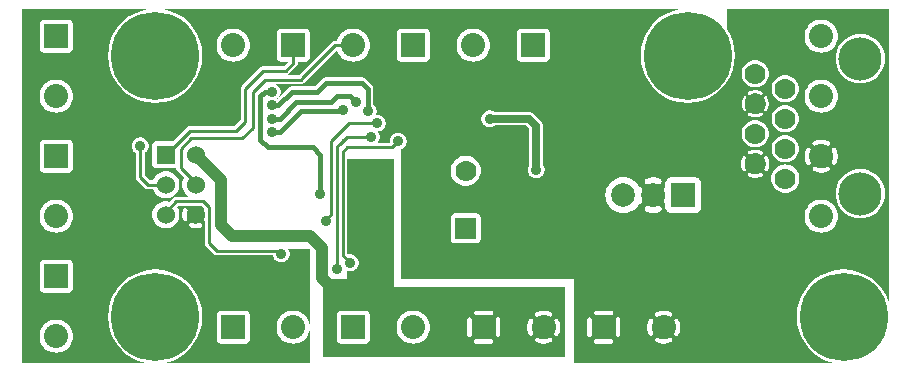
<source format=gbr>
G04 start of page 3 for group 1 idx 1 *
G04 Title: (unknown), solder *
G04 Creator: pcb 20110918 *
G04 CreationDate: Wed 07 Aug 2013 04:14:36 AM GMT UTC *
G04 For: ndholmes *
G04 Format: Gerber/RS-274X *
G04 PCB-Dimensions: 293000 121000 *
G04 PCB-Coordinate-Origin: lower left *
%MOIN*%
%FSLAX25Y25*%
%LNBOTTOM*%
%ADD56C,0.0300*%
%ADD55C,0.1280*%
%ADD54C,0.0450*%
%ADD53C,0.0380*%
%ADD52C,0.1285*%
%ADD51C,0.0480*%
%ADD50C,0.0200*%
%ADD49C,0.0360*%
%ADD48C,0.0700*%
%ADD47C,0.1440*%
%ADD46C,0.0787*%
%ADD45C,0.0600*%
%ADD44C,0.0800*%
%ADD43C,0.2937*%
%ADD42C,0.0250*%
%ADD41C,0.0500*%
%ADD40C,0.0150*%
%ADD39C,0.0400*%
%ADD38C,0.0100*%
%ADD37C,0.0001*%
G54D37*G36*
X239000Y63500D02*X204500D01*
Y119500D01*
X221378D01*
X219138Y118962D01*
X216858Y118018D01*
X214753Y116728D01*
X212876Y115124D01*
X211272Y113247D01*
X209982Y111142D01*
X209038Y108862D01*
X208461Y106461D01*
X208268Y104000D01*
X208461Y101539D01*
X209038Y99138D01*
X209982Y96858D01*
X211272Y94753D01*
X212876Y92876D01*
X214753Y91272D01*
X216858Y89982D01*
X219138Y89038D01*
X221539Y88461D01*
X224000Y88268D01*
X226461Y88461D01*
X228862Y89038D01*
X231142Y89982D01*
X233247Y91272D01*
X235124Y92876D01*
X236728Y94753D01*
X238018Y96858D01*
X238962Y99138D01*
X239000Y99295D01*
Y63500D01*
G37*
G36*
X166000Y65500D02*X170740D01*
X170829Y65132D01*
X170997Y64725D01*
X171228Y64349D01*
X171514Y64014D01*
X171849Y63728D01*
X172225Y63497D01*
X172632Y63329D01*
X173061Y63226D01*
X173500Y63191D01*
X173939Y63226D01*
X174368Y63329D01*
X174775Y63497D01*
X175151Y63728D01*
X175486Y64014D01*
X175772Y64349D01*
X176003Y64725D01*
X176171Y65132D01*
X176260Y65500D01*
X192000D01*
Y29500D01*
X166000D01*
Y65500D01*
G37*
G36*
X202733Y79000D02*X215000D01*
Y62830D01*
X214975Y62855D01*
X214846Y62946D01*
X214704Y63013D01*
X214172Y63204D01*
X213623Y63337D01*
X213064Y63417D01*
X212500Y63444D01*
X211936Y63417D01*
X211377Y63337D01*
X210828Y63204D01*
X210294Y63019D01*
X210152Y62950D01*
X210023Y62858D01*
X209909Y62748D01*
X209815Y62621D01*
X209741Y62481D01*
X209691Y62332D01*
X209664Y62176D01*
X209662Y62018D01*
X209685Y61861D01*
X209732Y61710D01*
X209802Y61569D01*
X209893Y61439D01*
X210004Y61326D01*
X210130Y61232D01*
X210270Y61158D01*
X210420Y61108D01*
X210576Y61081D01*
X210734Y61079D01*
X210890Y61102D01*
X211040Y61152D01*
X211392Y61278D01*
X211756Y61366D01*
X212126Y61419D01*
X212500Y61437D01*
X212874Y61419D01*
X213244Y61366D01*
X213608Y61278D01*
X213961Y61156D01*
X214111Y61106D01*
X214266Y61083D01*
X214424Y61085D01*
X214579Y61112D01*
X214728Y61162D01*
X214867Y61236D01*
X214993Y61330D01*
X215000Y61336D01*
Y53670D01*
X214996Y53674D01*
X214870Y53768D01*
X214730Y53842D01*
X214580Y53892D01*
X214424Y53919D01*
X214266Y53921D01*
X214110Y53898D01*
X213960Y53848D01*
X213608Y53722D01*
X213244Y53634D01*
X212874Y53581D01*
X212500Y53563D01*
X212126Y53581D01*
X211756Y53634D01*
X211392Y53722D01*
X211039Y53844D01*
X210889Y53894D01*
X210734Y53917D01*
X210576Y53915D01*
X210421Y53888D01*
X210272Y53838D01*
X210133Y53764D01*
X210007Y53670D01*
X209897Y53558D01*
X209806Y53429D01*
X209736Y53288D01*
X209689Y53138D01*
X209667Y52982D01*
X209668Y52825D01*
X209695Y52669D01*
X209746Y52520D01*
X209819Y52381D01*
X209913Y52255D01*
X210025Y52145D01*
X210154Y52054D01*
X210296Y51987D01*
X210828Y51796D01*
X211377Y51663D01*
X211936Y51583D01*
X212500Y51556D01*
X213064Y51583D01*
X213623Y51663D01*
X214172Y51796D01*
X214706Y51981D01*
X214848Y52050D01*
X214977Y52142D01*
X215000Y52164D01*
Y29500D01*
X202733D01*
Y51563D01*
X203432Y51618D01*
X204340Y51836D01*
X205204Y52194D01*
X206000Y52682D01*
X206711Y53289D01*
X207318Y54000D01*
X207735Y54679D01*
X207824Y54664D01*
X207982Y54662D01*
X208139Y54685D01*
X208290Y54732D01*
X208431Y54802D01*
X208561Y54893D01*
X208674Y55004D01*
X208768Y55130D01*
X208842Y55270D01*
X208892Y55420D01*
X208919Y55576D01*
X208921Y55734D01*
X208898Y55890D01*
X208848Y56040D01*
X208722Y56392D01*
X208634Y56756D01*
X208581Y57126D01*
X208563Y57500D01*
X208581Y57874D01*
X208634Y58244D01*
X208722Y58608D01*
X208844Y58961D01*
X208894Y59111D01*
X208917Y59266D01*
X208915Y59424D01*
X208888Y59579D01*
X208838Y59728D01*
X208764Y59867D01*
X208670Y59993D01*
X208558Y60103D01*
X208429Y60194D01*
X208288Y60264D01*
X208138Y60311D01*
X207982Y60333D01*
X207825Y60332D01*
X207737Y60317D01*
X207318Y61000D01*
X206711Y61711D01*
X206000Y62318D01*
X205204Y62806D01*
X204340Y63164D01*
X203432Y63382D01*
X202733Y63437D01*
Y79000D01*
G37*
G36*
X150000D02*X171250D01*
Y67677D01*
X171228Y67651D01*
X170997Y67275D01*
X170829Y66868D01*
X170726Y66439D01*
X170691Y66000D01*
X170726Y65561D01*
X170829Y65132D01*
X170997Y64725D01*
X171228Y64349D01*
X171514Y64014D01*
X171849Y63728D01*
X172225Y63497D01*
X172632Y63329D01*
X173061Y63226D01*
X173500Y63191D01*
X173939Y63226D01*
X174368Y63329D01*
X174775Y63497D01*
X175151Y63728D01*
X175486Y64014D01*
X175772Y64349D01*
X176003Y64725D01*
X176171Y65132D01*
X176274Y65561D01*
X176300Y66000D01*
X176274Y66439D01*
X176171Y66868D01*
X176003Y67275D01*
X175772Y67651D01*
X175750Y67677D01*
Y79000D01*
X202733D01*
Y63437D01*
X202500Y63455D01*
X201568Y63382D01*
X200660Y63164D01*
X199796Y62806D01*
X199000Y62318D01*
X198289Y61711D01*
X197682Y61000D01*
X197194Y60204D01*
X196836Y59340D01*
X196618Y58432D01*
X196545Y57500D01*
X196618Y56568D01*
X196836Y55660D01*
X197194Y54796D01*
X197682Y54000D01*
X198289Y53289D01*
X199000Y52682D01*
X199796Y52194D01*
X200660Y51836D01*
X201568Y51618D01*
X202500Y51545D01*
X202733Y51563D01*
Y29500D01*
X150000D01*
Y41401D01*
X153735Y41408D01*
X153965Y41463D01*
X154183Y41553D01*
X154384Y41677D01*
X154564Y41830D01*
X154717Y42010D01*
X154841Y42211D01*
X154931Y42429D01*
X154986Y42659D01*
X155000Y42894D01*
X154986Y50129D01*
X154931Y50359D01*
X154841Y50577D01*
X154717Y50778D01*
X154564Y50958D01*
X154384Y51111D01*
X154183Y51235D01*
X153965Y51325D01*
X153735Y51380D01*
X153500Y51394D01*
X150000Y51387D01*
Y60591D01*
X150785Y60652D01*
X151550Y60836D01*
X152277Y61137D01*
X152948Y61548D01*
X153546Y62060D01*
X154058Y62658D01*
X154469Y63329D01*
X154770Y64056D01*
X154954Y64821D01*
X155000Y65606D01*
X154954Y66391D01*
X154770Y67156D01*
X154469Y67883D01*
X154058Y68554D01*
X153546Y69152D01*
X152948Y69664D01*
X152277Y70075D01*
X151550Y70376D01*
X150785Y70560D01*
X150000Y70621D01*
Y79000D01*
G37*
G36*
X139500D02*X150000D01*
Y70621D01*
X149215Y70560D01*
X148450Y70376D01*
X147723Y70075D01*
X147052Y69664D01*
X146454Y69152D01*
X145942Y68554D01*
X145531Y67883D01*
X145230Y67156D01*
X145046Y66391D01*
X144985Y65606D01*
X145046Y64821D01*
X145230Y64056D01*
X145531Y63329D01*
X145942Y62658D01*
X146454Y62060D01*
X147052Y61548D01*
X147723Y61137D01*
X148450Y60836D01*
X149215Y60652D01*
X150000Y60591D01*
Y51387D01*
X146265Y51380D01*
X146035Y51325D01*
X145817Y51235D01*
X145616Y51111D01*
X145436Y50958D01*
X145283Y50778D01*
X145159Y50577D01*
X145069Y50359D01*
X145014Y50129D01*
X145000Y49894D01*
X145014Y42659D01*
X145069Y42429D01*
X145159Y42211D01*
X145283Y42010D01*
X145436Y41830D01*
X145616Y41677D01*
X145817Y41553D01*
X146035Y41463D01*
X146265Y41408D01*
X146500Y41394D01*
X150000Y41401D01*
Y29500D01*
X139500D01*
Y79000D01*
G37*
G36*
X198750Y84500D02*X212000D01*
Y72000D01*
X198750D01*
Y84500D01*
G37*
G36*
X246502Y65500D02*X249897D01*
X249914Y65492D01*
X250005Y65468D01*
X250099Y65459D01*
X250194Y65464D01*
X250286Y65484D01*
X250326Y65500D01*
X252520D01*
X252299Y65140D01*
X252016Y64457D01*
X251844Y63738D01*
X251786Y63000D01*
X251844Y62262D01*
X252016Y61543D01*
X252299Y60860D01*
X252686Y60229D01*
X253166Y59666D01*
X253729Y59186D01*
X254360Y58799D01*
X255043Y58516D01*
X255762Y58344D01*
X256500Y58286D01*
X257238Y58344D01*
X257957Y58516D01*
X258640Y58799D01*
X259271Y59186D01*
X259834Y59666D01*
X260314Y60229D01*
X260701Y60860D01*
X260984Y61543D01*
X261156Y62262D01*
X261200Y63000D01*
X261156Y63738D01*
X260984Y64457D01*
X260701Y65140D01*
X260480Y65500D01*
X264000D01*
Y53683D01*
X263584Y53005D01*
X263253Y52205D01*
X263051Y51363D01*
X262983Y50500D01*
X263051Y49637D01*
X263253Y48795D01*
X263584Y47995D01*
X264000Y47317D01*
Y27099D01*
X263272Y26247D01*
X261982Y24142D01*
X261038Y21862D01*
X260461Y19461D01*
X260268Y17000D01*
X260461Y14539D01*
X261038Y12138D01*
X261982Y9858D01*
X263272Y7753D01*
X264000Y6901D01*
Y1500D01*
X246502D01*
Y63300D01*
X246711D01*
X247130Y63338D01*
X247545Y63413D01*
X247951Y63525D01*
X248346Y63672D01*
X248725Y63855D01*
X248806Y63906D01*
X248877Y63969D01*
X248937Y64042D01*
X248985Y64125D01*
X249019Y64213D01*
X249039Y64306D01*
X249045Y64401D01*
X249035Y64495D01*
X249011Y64587D01*
X248973Y64674D01*
X248921Y64754D01*
X248858Y64825D01*
X248785Y64885D01*
X248703Y64933D01*
X248614Y64967D01*
X248521Y64988D01*
X248426Y64993D01*
X248332Y64983D01*
X248240Y64959D01*
X248154Y64919D01*
X247873Y64781D01*
X247580Y64671D01*
X247277Y64587D01*
X246969Y64532D01*
X246657Y64504D01*
X246502D01*
Y65500D01*
G37*
G36*
X220493D02*X242664D01*
X242713Y65481D01*
X242806Y65461D01*
X242901Y65455D01*
X242995Y65465D01*
X243087Y65489D01*
X243112Y65500D01*
X246502D01*
Y64504D01*
X246343D01*
X246031Y64532D01*
X245723Y64587D01*
X245420Y64671D01*
X245127Y64781D01*
X244844Y64916D01*
X244759Y64956D01*
X244668Y64980D01*
X244574Y64989D01*
X244479Y64984D01*
X244387Y64964D01*
X244299Y64930D01*
X244217Y64882D01*
X244144Y64822D01*
X244081Y64752D01*
X244030Y64672D01*
X243992Y64586D01*
X243968Y64495D01*
X243959Y64401D01*
X243964Y64306D01*
X243984Y64214D01*
X244019Y64126D01*
X244066Y64044D01*
X244126Y63971D01*
X244196Y63908D01*
X244277Y63859D01*
X244654Y63672D01*
X245049Y63525D01*
X245455Y63413D01*
X245870Y63338D01*
X246289Y63300D01*
X246502D01*
Y1500D01*
X220493D01*
Y10645D01*
X220578Y10681D01*
X220679Y10743D01*
X220769Y10819D01*
X220845Y10909D01*
X220905Y11011D01*
X221122Y11480D01*
X221289Y11969D01*
X221409Y12472D01*
X221482Y12984D01*
X221506Y13500D01*
X221482Y14016D01*
X221409Y14528D01*
X221289Y15031D01*
X221122Y15520D01*
X220910Y15992D01*
X220849Y16093D01*
X220772Y16184D01*
X220682Y16261D01*
X220580Y16323D01*
X220493Y16360D01*
Y51567D01*
X226751Y51582D01*
X227057Y51655D01*
X227348Y51775D01*
X227616Y51940D01*
X227856Y52144D01*
X228060Y52384D01*
X228225Y52652D01*
X228345Y52943D01*
X228418Y53249D01*
X228437Y53563D01*
X228418Y61751D01*
X228345Y62057D01*
X228225Y62348D01*
X228060Y62616D01*
X227856Y62856D01*
X227616Y63060D01*
X227348Y63225D01*
X227057Y63345D01*
X226751Y63418D01*
X226437Y63437D01*
X220493Y63424D01*
Y65500D01*
G37*
G36*
X216002D02*X220493D01*
Y63424D01*
X218249Y63418D01*
X217943Y63345D01*
X217652Y63225D01*
X217384Y63060D01*
X217144Y62856D01*
X216940Y62616D01*
X216775Y62348D01*
X216655Y62057D01*
X216582Y61751D01*
X216563Y61437D01*
X216566Y60196D01*
X216439Y60107D01*
X216326Y59996D01*
X216232Y59870D01*
X216158Y59730D01*
X216108Y59580D01*
X216081Y59424D01*
X216079Y59266D01*
X216102Y59110D01*
X216152Y58960D01*
X216278Y58608D01*
X216366Y58244D01*
X216419Y57874D01*
X216437Y57500D01*
X216419Y57126D01*
X216366Y56756D01*
X216278Y56392D01*
X216156Y56039D01*
X216106Y55889D01*
X216083Y55734D01*
X216085Y55576D01*
X216112Y55421D01*
X216162Y55272D01*
X216236Y55133D01*
X216330Y55007D01*
X216442Y54897D01*
X216571Y54806D01*
X216578Y54802D01*
X216582Y53249D01*
X216655Y52943D01*
X216775Y52652D01*
X216940Y52384D01*
X217144Y52144D01*
X217384Y51940D01*
X217652Y51775D01*
X217943Y51655D01*
X218249Y51582D01*
X218563Y51563D01*
X220493Y51567D01*
Y16360D01*
X220471Y16369D01*
X220355Y16397D01*
X220237Y16406D01*
X220119Y16397D01*
X220003Y16370D01*
X219893Y16324D01*
X219792Y16262D01*
X219702Y16186D01*
X219624Y16095D01*
X219562Y15994D01*
X219516Y15885D01*
X219489Y15769D01*
X219479Y15651D01*
X219488Y15532D01*
X219516Y15417D01*
X219563Y15308D01*
X219721Y14968D01*
X219842Y14612D01*
X219930Y14247D01*
X219982Y13875D01*
X220000Y13500D01*
X219982Y13125D01*
X219930Y12753D01*
X219842Y12388D01*
X219721Y12032D01*
X219567Y11690D01*
X219520Y11582D01*
X219493Y11467D01*
X219483Y11349D01*
X219493Y11232D01*
X219521Y11117D01*
X219566Y11008D01*
X219628Y10907D01*
X219705Y10818D01*
X219795Y10741D01*
X219895Y10680D01*
X220004Y10635D01*
X220119Y10607D01*
X220237Y10598D01*
X220355Y10608D01*
X220469Y10635D01*
X220493Y10645D01*
Y1500D01*
X216002D01*
Y7994D01*
X216516Y8018D01*
X217028Y8091D01*
X217531Y8211D01*
X218020Y8378D01*
X218492Y8590D01*
X218593Y8651D01*
X218684Y8728D01*
X218761Y8818D01*
X218823Y8920D01*
X218869Y9029D01*
X218897Y9145D01*
X218906Y9263D01*
X218897Y9381D01*
X218870Y9497D01*
X218824Y9607D01*
X218762Y9708D01*
X218686Y9798D01*
X218595Y9876D01*
X218494Y9938D01*
X218385Y9984D01*
X218269Y10011D01*
X218151Y10021D01*
X218032Y10012D01*
X217917Y9984D01*
X217808Y9937D01*
X217468Y9779D01*
X217112Y9658D01*
X216747Y9570D01*
X216375Y9518D01*
X216002Y9500D01*
Y17500D01*
X216375Y17482D01*
X216747Y17430D01*
X217112Y17342D01*
X217468Y17221D01*
X217810Y17067D01*
X217918Y17020D01*
X218033Y16993D01*
X218151Y16983D01*
X218268Y16993D01*
X218383Y17021D01*
X218492Y17066D01*
X218593Y17128D01*
X218682Y17205D01*
X218759Y17295D01*
X218820Y17395D01*
X218865Y17504D01*
X218893Y17619D01*
X218902Y17737D01*
X218892Y17855D01*
X218865Y17969D01*
X218819Y18078D01*
X218757Y18179D01*
X218681Y18269D01*
X218591Y18345D01*
X218489Y18405D01*
X218020Y18622D01*
X217531Y18789D01*
X217028Y18909D01*
X216516Y18982D01*
X216002Y19006D01*
Y65500D01*
G37*
G36*
X211507D02*X216002D01*
Y19006D01*
X216000Y19006D01*
X215484Y18982D01*
X214972Y18909D01*
X214469Y18789D01*
X213980Y18622D01*
X213508Y18410D01*
X213407Y18349D01*
X213316Y18272D01*
X213239Y18182D01*
X213177Y18080D01*
X213131Y17971D01*
X213103Y17855D01*
X213094Y17737D01*
X213103Y17619D01*
X213130Y17503D01*
X213176Y17393D01*
X213238Y17292D01*
X213314Y17202D01*
X213405Y17124D01*
X213506Y17062D01*
X213615Y17016D01*
X213731Y16989D01*
X213849Y16979D01*
X213968Y16988D01*
X214083Y17016D01*
X214192Y17063D01*
X214532Y17221D01*
X214888Y17342D01*
X215253Y17430D01*
X215625Y17482D01*
X216000Y17500D01*
X216002Y17500D01*
Y9500D01*
X216000Y9500D01*
X215625Y9518D01*
X215253Y9570D01*
X214888Y9658D01*
X214532Y9779D01*
X214190Y9933D01*
X214082Y9980D01*
X213967Y10007D01*
X213849Y10017D01*
X213732Y10007D01*
X213617Y9979D01*
X213508Y9934D01*
X213407Y9872D01*
X213318Y9795D01*
X213241Y9705D01*
X213180Y9605D01*
X213135Y9496D01*
X213107Y9381D01*
X213098Y9263D01*
X213108Y9145D01*
X213135Y9031D01*
X213181Y8922D01*
X213243Y8821D01*
X213319Y8731D01*
X213409Y8655D01*
X213511Y8595D01*
X213980Y8378D01*
X214469Y8211D01*
X214972Y8091D01*
X215484Y8018D01*
X216000Y7994D01*
X216002Y7994D01*
Y1500D01*
X211507D01*
Y10640D01*
X211529Y10631D01*
X211645Y10603D01*
X211763Y10594D01*
X211881Y10603D01*
X211997Y10630D01*
X212107Y10676D01*
X212208Y10738D01*
X212298Y10814D01*
X212376Y10905D01*
X212438Y11006D01*
X212484Y11115D01*
X212511Y11231D01*
X212521Y11349D01*
X212512Y11468D01*
X212484Y11583D01*
X212437Y11692D01*
X212279Y12032D01*
X212158Y12388D01*
X212070Y12753D01*
X212018Y13125D01*
X212000Y13500D01*
X212018Y13875D01*
X212070Y14247D01*
X212158Y14612D01*
X212279Y14968D01*
X212433Y15310D01*
X212480Y15418D01*
X212507Y15533D01*
X212517Y15651D01*
X212507Y15768D01*
X212479Y15883D01*
X212434Y15992D01*
X212372Y16093D01*
X212295Y16182D01*
X212205Y16259D01*
X212105Y16320D01*
X211996Y16365D01*
X211881Y16393D01*
X211763Y16402D01*
X211645Y16392D01*
X211531Y16365D01*
X211507Y16355D01*
Y51645D01*
X211936Y51583D01*
X212500Y51556D01*
X213064Y51583D01*
X213623Y51663D01*
X214172Y51796D01*
X214706Y51981D01*
X214848Y52050D01*
X214977Y52142D01*
X215091Y52252D01*
X215185Y52379D01*
X215259Y52519D01*
X215309Y52668D01*
X215336Y52824D01*
X215338Y52982D01*
X215315Y53139D01*
X215268Y53290D01*
X215198Y53431D01*
X215107Y53561D01*
X214996Y53674D01*
X214870Y53768D01*
X214730Y53842D01*
X214580Y53892D01*
X214424Y53919D01*
X214266Y53921D01*
X214110Y53898D01*
X213960Y53848D01*
X213608Y53722D01*
X213244Y53634D01*
X212874Y53581D01*
X212500Y53563D01*
X212126Y53581D01*
X211756Y53634D01*
X211507Y53694D01*
Y61306D01*
X211756Y61366D01*
X212126Y61419D01*
X212500Y61437D01*
X212874Y61419D01*
X213244Y61366D01*
X213608Y61278D01*
X213961Y61156D01*
X214111Y61106D01*
X214266Y61083D01*
X214424Y61085D01*
X214579Y61112D01*
X214728Y61162D01*
X214867Y61236D01*
X214993Y61330D01*
X215103Y61442D01*
X215194Y61571D01*
X215264Y61712D01*
X215311Y61862D01*
X215333Y62018D01*
X215332Y62175D01*
X215305Y62331D01*
X215254Y62480D01*
X215181Y62619D01*
X215087Y62745D01*
X214975Y62855D01*
X214846Y62946D01*
X214704Y63013D01*
X214172Y63204D01*
X213623Y63337D01*
X213064Y63417D01*
X212500Y63444D01*
X211936Y63417D01*
X211507Y63355D01*
Y65500D01*
G37*
G36*
X200750D02*X211507D01*
Y63355D01*
X211377Y63337D01*
X210828Y63204D01*
X210294Y63019D01*
X210152Y62950D01*
X210023Y62858D01*
X209909Y62748D01*
X209815Y62621D01*
X209741Y62481D01*
X209691Y62332D01*
X209664Y62176D01*
X209662Y62018D01*
X209685Y61861D01*
X209732Y61710D01*
X209802Y61569D01*
X209893Y61439D01*
X210004Y61326D01*
X210130Y61232D01*
X210270Y61158D01*
X210420Y61108D01*
X210576Y61081D01*
X210734Y61079D01*
X210890Y61102D01*
X211040Y61152D01*
X211392Y61278D01*
X211507Y61306D01*
Y53694D01*
X211392Y53722D01*
X211039Y53844D01*
X210889Y53894D01*
X210734Y53917D01*
X210576Y53915D01*
X210421Y53888D01*
X210272Y53838D01*
X210133Y53764D01*
X210007Y53670D01*
X209897Y53558D01*
X209806Y53429D01*
X209736Y53288D01*
X209689Y53138D01*
X209667Y52982D01*
X209668Y52825D01*
X209695Y52669D01*
X209746Y52520D01*
X209819Y52381D01*
X209913Y52255D01*
X210025Y52145D01*
X210154Y52054D01*
X210296Y51987D01*
X210828Y51796D01*
X211377Y51663D01*
X211507Y51645D01*
Y16355D01*
X211422Y16319D01*
X211321Y16257D01*
X211231Y16181D01*
X211155Y16091D01*
X211095Y15989D01*
X210878Y15520D01*
X210711Y15031D01*
X210591Y14528D01*
X210518Y14016D01*
X210494Y13500D01*
X210518Y12984D01*
X210591Y12472D01*
X210711Y11969D01*
X210878Y11480D01*
X211090Y11008D01*
X211151Y10907D01*
X211228Y10816D01*
X211318Y10739D01*
X211420Y10677D01*
X211507Y10640D01*
Y1500D01*
X200750D01*
Y10248D01*
X200868Y10257D01*
X200982Y10285D01*
X201092Y10330D01*
X201192Y10391D01*
X201282Y10468D01*
X201359Y10558D01*
X201420Y10658D01*
X201465Y10768D01*
X201493Y10882D01*
X201500Y11000D01*
Y16000D01*
X201493Y16118D01*
X201465Y16232D01*
X201420Y16342D01*
X201359Y16442D01*
X201282Y16532D01*
X201192Y16609D01*
X201092Y16670D01*
X200982Y16715D01*
X200868Y16743D01*
X200750Y16752D01*
Y51814D01*
X201568Y51618D01*
X202500Y51545D01*
X203432Y51618D01*
X204340Y51836D01*
X205204Y52194D01*
X206000Y52682D01*
X206711Y53289D01*
X207318Y54000D01*
X207735Y54679D01*
X207824Y54664D01*
X207982Y54662D01*
X208139Y54685D01*
X208290Y54732D01*
X208431Y54802D01*
X208561Y54893D01*
X208674Y55004D01*
X208768Y55130D01*
X208842Y55270D01*
X208892Y55420D01*
X208919Y55576D01*
X208921Y55734D01*
X208898Y55890D01*
X208848Y56040D01*
X208722Y56392D01*
X208634Y56756D01*
X208581Y57126D01*
X208563Y57500D01*
X208581Y57874D01*
X208634Y58244D01*
X208722Y58608D01*
X208844Y58961D01*
X208894Y59111D01*
X208917Y59266D01*
X208915Y59424D01*
X208888Y59579D01*
X208838Y59728D01*
X208764Y59867D01*
X208670Y59993D01*
X208558Y60103D01*
X208429Y60194D01*
X208288Y60264D01*
X208138Y60311D01*
X207982Y60333D01*
X207825Y60332D01*
X207737Y60317D01*
X207318Y61000D01*
X206711Y61711D01*
X206000Y62318D01*
X205204Y62806D01*
X204340Y63164D01*
X203432Y63382D01*
X202500Y63455D01*
X201568Y63382D01*
X200750Y63186D01*
Y65500D01*
G37*
G36*
X196000D02*X200750D01*
Y63186D01*
X200660Y63164D01*
X199796Y62806D01*
X199000Y62318D01*
X198289Y61711D01*
X197682Y61000D01*
X197194Y60204D01*
X196836Y59340D01*
X196618Y58432D01*
X196545Y57500D01*
X196618Y56568D01*
X196836Y55660D01*
X197194Y54796D01*
X197682Y54000D01*
X198289Y53289D01*
X199000Y52682D01*
X199796Y52194D01*
X200660Y51836D01*
X200750Y51814D01*
Y16752D01*
X200632Y16743D01*
X200518Y16715D01*
X200408Y16670D01*
X200308Y16609D01*
X200218Y16532D01*
X200141Y16442D01*
X200080Y16342D01*
X200035Y16232D01*
X200007Y16118D01*
X200000Y16000D01*
Y11000D01*
X200007Y10882D01*
X200035Y10768D01*
X200080Y10658D01*
X200141Y10558D01*
X200218Y10468D01*
X200308Y10391D01*
X200408Y10330D01*
X200518Y10285D01*
X200632Y10257D01*
X200750Y10248D01*
Y1500D01*
X196000D01*
Y8000D01*
X198500D01*
X198618Y8007D01*
X198732Y8035D01*
X198842Y8080D01*
X198942Y8141D01*
X199032Y8218D01*
X199109Y8308D01*
X199170Y8408D01*
X199215Y8518D01*
X199243Y8632D01*
X199252Y8750D01*
X199243Y8868D01*
X199215Y8982D01*
X199170Y9092D01*
X199109Y9192D01*
X199032Y9282D01*
X198942Y9359D01*
X198842Y9420D01*
X198732Y9465D01*
X198618Y9493D01*
X198500Y9500D01*
X196000D01*
Y17500D01*
X198500D01*
X198618Y17507D01*
X198732Y17535D01*
X198842Y17580D01*
X198942Y17641D01*
X199032Y17718D01*
X199109Y17808D01*
X199170Y17908D01*
X199215Y18018D01*
X199243Y18132D01*
X199252Y18250D01*
X199243Y18368D01*
X199215Y18482D01*
X199170Y18592D01*
X199109Y18692D01*
X199032Y18782D01*
X198942Y18859D01*
X198842Y18920D01*
X198732Y18965D01*
X198618Y18993D01*
X198500Y19000D01*
X196000D01*
Y65500D01*
G37*
G36*
X191250D02*X196000D01*
Y19000D01*
X193500D01*
X193382Y18993D01*
X193268Y18965D01*
X193158Y18920D01*
X193058Y18859D01*
X192968Y18782D01*
X192891Y18692D01*
X192830Y18592D01*
X192785Y18482D01*
X192757Y18368D01*
X192748Y18250D01*
X192757Y18132D01*
X192785Y18018D01*
X192830Y17908D01*
X192891Y17808D01*
X192968Y17718D01*
X193058Y17641D01*
X193158Y17580D01*
X193268Y17535D01*
X193382Y17507D01*
X193500Y17500D01*
X196000D01*
Y9500D01*
X193500D01*
X193382Y9493D01*
X193268Y9465D01*
X193158Y9420D01*
X193058Y9359D01*
X192968Y9282D01*
X192891Y9192D01*
X192830Y9092D01*
X192785Y8982D01*
X192757Y8868D01*
X192748Y8750D01*
X192757Y8632D01*
X192785Y8518D01*
X192830Y8408D01*
X192891Y8308D01*
X192968Y8218D01*
X193058Y8141D01*
X193158Y8080D01*
X193268Y8035D01*
X193382Y8007D01*
X193500Y8000D01*
X196000D01*
Y1500D01*
X191250D01*
Y10248D01*
X191368Y10257D01*
X191482Y10285D01*
X191592Y10330D01*
X191692Y10391D01*
X191782Y10468D01*
X191859Y10558D01*
X191920Y10658D01*
X191965Y10768D01*
X191993Y10882D01*
X192000Y11000D01*
Y16000D01*
X191993Y16118D01*
X191965Y16232D01*
X191920Y16342D01*
X191859Y16442D01*
X191782Y16532D01*
X191692Y16609D01*
X191592Y16670D01*
X191482Y16715D01*
X191368Y16743D01*
X191250Y16752D01*
Y65500D01*
G37*
G36*
X186000D02*X191250D01*
Y16752D01*
X191132Y16743D01*
X191018Y16715D01*
X190908Y16670D01*
X190808Y16609D01*
X190718Y16532D01*
X190641Y16442D01*
X190580Y16342D01*
X190535Y16232D01*
X190507Y16118D01*
X190500Y16000D01*
Y11000D01*
X190507Y10882D01*
X190535Y10768D01*
X190580Y10658D01*
X190641Y10558D01*
X190718Y10468D01*
X190808Y10391D01*
X190908Y10330D01*
X191018Y10285D01*
X191132Y10257D01*
X191250Y10248D01*
Y1500D01*
X186000D01*
Y65500D01*
G37*
G36*
X250354Y73500D02*X251500D01*
Y62500D01*
X250354D01*
Y65511D01*
X250374Y65519D01*
X250456Y65566D01*
X250529Y65626D01*
X250592Y65696D01*
X250641Y65777D01*
X250828Y66154D01*
X250975Y66549D01*
X251087Y66955D01*
X251162Y67370D01*
X251200Y67789D01*
Y68211D01*
X251162Y68630D01*
X251087Y69045D01*
X250975Y69451D01*
X250828Y69846D01*
X250645Y70225D01*
X250594Y70306D01*
X250531Y70377D01*
X250458Y70437D01*
X250375Y70485D01*
X250354Y70493D01*
Y73500D01*
G37*
G36*
X246502Y73486D02*X246676Y73500D01*
X250354D01*
Y70493D01*
X250287Y70519D01*
X250194Y70539D01*
X250099Y70545D01*
X250005Y70535D01*
X249913Y70511D01*
X249826Y70473D01*
X249746Y70421D01*
X249675Y70358D01*
X249615Y70285D01*
X249567Y70203D01*
X249533Y70114D01*
X249512Y70021D01*
X249507Y69926D01*
X249517Y69832D01*
X249541Y69740D01*
X249581Y69654D01*
X249719Y69373D01*
X249829Y69080D01*
X249913Y68777D01*
X249968Y68469D01*
X249996Y68157D01*
Y67843D01*
X249968Y67531D01*
X249913Y67223D01*
X249829Y66920D01*
X249719Y66627D01*
X249584Y66344D01*
X249544Y66259D01*
X249520Y66168D01*
X249511Y66074D01*
X249516Y65979D01*
X249536Y65887D01*
X249570Y65799D01*
X249618Y65717D01*
X249678Y65644D01*
X249748Y65581D01*
X249828Y65530D01*
X249914Y65492D01*
X250005Y65468D01*
X250099Y65459D01*
X250194Y65464D01*
X250286Y65484D01*
X250354Y65511D01*
Y62500D01*
X246502D01*
Y63300D01*
X246711D01*
X247130Y63338D01*
X247545Y63413D01*
X247951Y63525D01*
X248346Y63672D01*
X248725Y63855D01*
X248806Y63906D01*
X248877Y63969D01*
X248937Y64042D01*
X248985Y64125D01*
X249019Y64213D01*
X249039Y64306D01*
X249045Y64401D01*
X249035Y64495D01*
X249011Y64587D01*
X248973Y64674D01*
X248921Y64754D01*
X248858Y64825D01*
X248785Y64885D01*
X248703Y64933D01*
X248614Y64967D01*
X248521Y64988D01*
X248426Y64993D01*
X248332Y64983D01*
X248240Y64959D01*
X248154Y64919D01*
X247873Y64781D01*
X247580Y64671D01*
X247277Y64587D01*
X246969Y64532D01*
X246657Y64504D01*
X246502D01*
Y71496D01*
X246657D01*
X246969Y71468D01*
X247277Y71413D01*
X247580Y71329D01*
X247873Y71219D01*
X248156Y71084D01*
X248241Y71044D01*
X248332Y71020D01*
X248426Y71011D01*
X248521Y71016D01*
X248613Y71036D01*
X248701Y71070D01*
X248783Y71118D01*
X248856Y71178D01*
X248919Y71248D01*
X248970Y71328D01*
X249008Y71414D01*
X249032Y71505D01*
X249041Y71599D01*
X249036Y71694D01*
X249016Y71786D01*
X248981Y71874D01*
X248934Y71956D01*
X248874Y72029D01*
X248804Y72092D01*
X248723Y72141D01*
X248346Y72328D01*
X247951Y72475D01*
X247545Y72587D01*
X247130Y72662D01*
X246711Y72700D01*
X246502D01*
Y73486D01*
G37*
G36*
X242646Y73500D02*X246324D01*
X246500Y73486D01*
X246502Y73486D01*
Y72700D01*
X246289D01*
X245870Y72662D01*
X245455Y72587D01*
X245049Y72475D01*
X244654Y72328D01*
X244275Y72145D01*
X244194Y72094D01*
X244123Y72031D01*
X244063Y71958D01*
X244015Y71876D01*
X243981Y71787D01*
X243961Y71694D01*
X243955Y71599D01*
X243965Y71505D01*
X243989Y71413D01*
X244027Y71326D01*
X244079Y71246D01*
X244142Y71175D01*
X244215Y71115D01*
X244297Y71067D01*
X244386Y71033D01*
X244479Y71012D01*
X244574Y71007D01*
X244668Y71017D01*
X244760Y71041D01*
X244846Y71081D01*
X245127Y71219D01*
X245420Y71329D01*
X245723Y71413D01*
X246031Y71468D01*
X246343Y71496D01*
X246502D01*
Y64504D01*
X246343D01*
X246031Y64532D01*
X245723Y64587D01*
X245420Y64671D01*
X245127Y64781D01*
X244844Y64916D01*
X244759Y64956D01*
X244668Y64980D01*
X244574Y64989D01*
X244479Y64984D01*
X244387Y64964D01*
X244299Y64930D01*
X244217Y64882D01*
X244144Y64822D01*
X244081Y64752D01*
X244030Y64672D01*
X243992Y64586D01*
X243968Y64495D01*
X243959Y64401D01*
X243964Y64306D01*
X243984Y64214D01*
X244019Y64126D01*
X244066Y64044D01*
X244126Y63971D01*
X244196Y63908D01*
X244277Y63859D01*
X244654Y63672D01*
X245049Y63525D01*
X245455Y63413D01*
X245870Y63338D01*
X246289Y63300D01*
X246502D01*
Y62500D01*
X242646D01*
Y65507D01*
X242713Y65481D01*
X242806Y65461D01*
X242901Y65455D01*
X242995Y65465D01*
X243087Y65489D01*
X243174Y65527D01*
X243254Y65579D01*
X243325Y65642D01*
X243385Y65715D01*
X243433Y65797D01*
X243467Y65886D01*
X243488Y65979D01*
X243493Y66074D01*
X243483Y66168D01*
X243459Y66260D01*
X243419Y66346D01*
X243281Y66627D01*
X243171Y66920D01*
X243087Y67223D01*
X243032Y67531D01*
X243004Y67843D01*
Y68157D01*
X243032Y68469D01*
X243087Y68777D01*
X243171Y69080D01*
X243281Y69373D01*
X243416Y69656D01*
X243456Y69741D01*
X243480Y69832D01*
X243489Y69926D01*
X243484Y70021D01*
X243464Y70113D01*
X243430Y70201D01*
X243382Y70283D01*
X243322Y70356D01*
X243252Y70419D01*
X243172Y70470D01*
X243086Y70508D01*
X242995Y70532D01*
X242901Y70541D01*
X242806Y70536D01*
X242714Y70516D01*
X242646Y70489D01*
Y73500D01*
G37*
G36*
X238000Y62500D02*Y73500D01*
X242646D01*
Y70489D01*
X242626Y70481D01*
X242544Y70434D01*
X242471Y70374D01*
X242408Y70304D01*
X242359Y70223D01*
X242172Y69846D01*
X242025Y69451D01*
X241913Y69045D01*
X241838Y68630D01*
X241800Y68211D01*
Y67789D01*
X241838Y67370D01*
X241913Y66955D01*
X242025Y66549D01*
X242172Y66154D01*
X242355Y65775D01*
X242406Y65694D01*
X242469Y65623D01*
X242542Y65563D01*
X242624Y65515D01*
X242646Y65507D01*
Y62500D01*
X238000D01*
G37*
G36*
X248902Y64000D02*X251500D01*
Y53000D01*
X247000D01*
Y63326D01*
X247130Y63338D01*
X247545Y63413D01*
X247951Y63525D01*
X248346Y63672D01*
X248725Y63855D01*
X248806Y63906D01*
X248877Y63969D01*
X248902Y64000D01*
G37*
G36*
X268492Y3207D02*X268858Y2982D01*
X271138Y2038D01*
X273378Y1500D01*
X268492D01*
Y3207D01*
G37*
G36*
X281487Y119500D02*X291000D01*
Y21705D01*
X290962Y21862D01*
X290018Y24142D01*
X288728Y26247D01*
X287124Y28124D01*
X285247Y29728D01*
X283142Y31018D01*
X281487Y31703D01*
Y49776D01*
X281500Y49775D01*
X282787Y49876D01*
X284042Y50177D01*
X285234Y50671D01*
X286335Y51346D01*
X287316Y52184D01*
X288154Y53165D01*
X288829Y54266D01*
X289323Y55458D01*
X289624Y56713D01*
X289700Y58000D01*
X289624Y59287D01*
X289323Y60542D01*
X288829Y61734D01*
X288154Y62835D01*
X287316Y63816D01*
X286335Y64654D01*
X285234Y65329D01*
X284042Y65823D01*
X282787Y66124D01*
X281500Y66225D01*
X281487Y66224D01*
Y94776D01*
X281500Y94775D01*
X282787Y94876D01*
X284042Y95177D01*
X285234Y95671D01*
X286335Y96346D01*
X287316Y97184D01*
X288154Y98165D01*
X288829Y99266D01*
X289323Y100458D01*
X289624Y101713D01*
X289700Y103000D01*
X289624Y104287D01*
X289323Y105542D01*
X288829Y106734D01*
X288154Y107835D01*
X287316Y108816D01*
X286335Y109654D01*
X285234Y110329D01*
X284042Y110823D01*
X282787Y111124D01*
X281500Y111225D01*
X281487Y111224D01*
Y119500D01*
G37*
G36*
X272993D02*X281487D01*
Y111224D01*
X280213Y111124D01*
X278958Y110823D01*
X277766Y110329D01*
X276665Y109654D01*
X275684Y108816D01*
X274846Y107835D01*
X274171Y106734D01*
X273677Y105542D01*
X273376Y104287D01*
X273275Y103000D01*
X273376Y101713D01*
X273677Y100458D01*
X274171Y99266D01*
X274846Y98165D01*
X275684Y97184D01*
X276665Y96346D01*
X277766Y95671D01*
X278958Y95177D01*
X280213Y94876D01*
X281487Y94776D01*
Y66224D01*
X280213Y66124D01*
X278958Y65823D01*
X277766Y65329D01*
X276665Y64654D01*
X275684Y63816D01*
X274846Y62835D01*
X274171Y61734D01*
X273677Y60542D01*
X273376Y59287D01*
X273275Y58000D01*
X273376Y56713D01*
X273677Y55458D01*
X274171Y54266D01*
X274846Y53165D01*
X275684Y52184D01*
X276665Y51346D01*
X277766Y50671D01*
X278958Y50177D01*
X280213Y49876D01*
X281487Y49776D01*
Y31703D01*
X280862Y31962D01*
X278461Y32539D01*
X276000Y32732D01*
X273539Y32539D01*
X272993Y32408D01*
Y47305D01*
X273416Y47995D01*
X273747Y48795D01*
X273949Y49637D01*
X274000Y50500D01*
X273949Y51363D01*
X273747Y52205D01*
X273416Y53005D01*
X272993Y53695D01*
Y67645D01*
X273078Y67681D01*
X273179Y67743D01*
X273269Y67819D01*
X273345Y67909D01*
X273405Y68011D01*
X273622Y68480D01*
X273789Y68969D01*
X273909Y69472D01*
X273982Y69984D01*
X274006Y70500D01*
X273982Y71016D01*
X273909Y71528D01*
X273789Y72031D01*
X273622Y72520D01*
X273410Y72992D01*
X273349Y73093D01*
X273272Y73184D01*
X273182Y73261D01*
X273080Y73323D01*
X272993Y73360D01*
Y87305D01*
X273416Y87995D01*
X273747Y88795D01*
X273949Y89637D01*
X274000Y90500D01*
X273949Y91363D01*
X273747Y92205D01*
X273416Y93005D01*
X272993Y93695D01*
Y107305D01*
X273416Y107995D01*
X273747Y108795D01*
X273949Y109637D01*
X274000Y110500D01*
X273949Y111363D01*
X273747Y112205D01*
X273416Y113005D01*
X272993Y113695D01*
Y119500D01*
G37*
G36*
Y93695D02*X272963Y93743D01*
X272401Y94401D01*
X271743Y94963D01*
X271005Y95416D01*
X270205Y95747D01*
X269363Y95949D01*
X268500Y96017D01*
X268492Y96016D01*
Y104984D01*
X268500Y104983D01*
X269363Y105051D01*
X270205Y105253D01*
X271005Y105584D01*
X271743Y106037D01*
X272401Y106599D01*
X272963Y107257D01*
X272993Y107305D01*
Y93695D01*
G37*
G36*
Y53695D02*X272963Y53743D01*
X272401Y54401D01*
X271743Y54963D01*
X271005Y55416D01*
X270205Y55747D01*
X269363Y55949D01*
X268500Y56017D01*
X268492Y56016D01*
Y64994D01*
X268500Y64994D01*
X269016Y65018D01*
X269528Y65091D01*
X270031Y65211D01*
X270520Y65378D01*
X270992Y65590D01*
X271093Y65651D01*
X271184Y65728D01*
X271261Y65818D01*
X271323Y65920D01*
X271369Y66029D01*
X271397Y66145D01*
X271406Y66263D01*
X271397Y66381D01*
X271370Y66497D01*
X271324Y66607D01*
X271262Y66708D01*
X271186Y66798D01*
X271095Y66876D01*
X270994Y66938D01*
X270885Y66984D01*
X270769Y67011D01*
X270651Y67021D01*
X270532Y67012D01*
X270417Y66984D01*
X270308Y66937D01*
X269968Y66779D01*
X269612Y66658D01*
X269247Y66570D01*
X268875Y66518D01*
X268500Y66500D01*
X268492Y66500D01*
Y74500D01*
X268500Y74500D01*
X268875Y74482D01*
X269247Y74430D01*
X269612Y74342D01*
X269968Y74221D01*
X270310Y74067D01*
X270418Y74020D01*
X270533Y73993D01*
X270651Y73983D01*
X270768Y73993D01*
X270883Y74021D01*
X270992Y74066D01*
X271093Y74128D01*
X271182Y74205D01*
X271259Y74295D01*
X271320Y74395D01*
X271365Y74504D01*
X271393Y74619D01*
X271402Y74737D01*
X271392Y74855D01*
X271365Y74969D01*
X271319Y75078D01*
X271257Y75179D01*
X271181Y75269D01*
X271091Y75345D01*
X270989Y75405D01*
X270520Y75622D01*
X270031Y75789D01*
X269528Y75909D01*
X269016Y75982D01*
X268500Y76006D01*
X268492Y76006D01*
Y84984D01*
X268500Y84983D01*
X269363Y85051D01*
X270205Y85253D01*
X271005Y85584D01*
X271743Y86037D01*
X272401Y86599D01*
X272963Y87257D01*
X272993Y87305D01*
Y73360D01*
X272971Y73369D01*
X272855Y73397D01*
X272737Y73406D01*
X272619Y73397D01*
X272503Y73370D01*
X272393Y73324D01*
X272292Y73262D01*
X272202Y73186D01*
X272124Y73095D01*
X272062Y72994D01*
X272016Y72885D01*
X271989Y72769D01*
X271979Y72651D01*
X271988Y72532D01*
X272016Y72417D01*
X272063Y72308D01*
X272221Y71968D01*
X272342Y71612D01*
X272430Y71247D01*
X272482Y70875D01*
X272500Y70500D01*
X272482Y70125D01*
X272430Y69753D01*
X272342Y69388D01*
X272221Y69032D01*
X272067Y68690D01*
X272020Y68582D01*
X271993Y68467D01*
X271983Y68349D01*
X271993Y68232D01*
X272021Y68117D01*
X272066Y68008D01*
X272128Y67907D01*
X272205Y67818D01*
X272295Y67741D01*
X272395Y67680D01*
X272504Y67635D01*
X272619Y67607D01*
X272737Y67598D01*
X272855Y67608D01*
X272969Y67635D01*
X272993Y67645D01*
Y53695D01*
G37*
G36*
Y32408D02*X271138Y31962D01*
X268858Y31018D01*
X268492Y30793D01*
Y44984D01*
X268500Y44983D01*
X269363Y45051D01*
X270205Y45253D01*
X271005Y45584D01*
X271743Y46037D01*
X272401Y46599D01*
X272963Y47257D01*
X272993Y47305D01*
Y32408D01*
G37*
G36*
X268492Y119500D02*X272993D01*
Y113695D01*
X272963Y113743D01*
X272401Y114401D01*
X271743Y114963D01*
X271005Y115416D01*
X270205Y115747D01*
X269363Y115949D01*
X268500Y116017D01*
X268492Y116016D01*
Y119500D01*
G37*
G36*
X264007Y6892D02*X264876Y5876D01*
X266753Y4272D01*
X268492Y3207D01*
Y1500D01*
X264007D01*
Y6892D01*
G37*
G36*
Y47305D02*X264037Y47257D01*
X264599Y46599D01*
X265257Y46037D01*
X265995Y45584D01*
X266795Y45253D01*
X267637Y45051D01*
X268492Y44984D01*
Y30793D01*
X266753Y29728D01*
X264876Y28124D01*
X264007Y27108D01*
Y47305D01*
G37*
G36*
Y87305D02*X264037Y87257D01*
X264599Y86599D01*
X265257Y86037D01*
X265995Y85584D01*
X266795Y85253D01*
X267637Y85051D01*
X268492Y84984D01*
Y76006D01*
X267984Y75982D01*
X267472Y75909D01*
X266969Y75789D01*
X266480Y75622D01*
X266008Y75410D01*
X265907Y75349D01*
X265816Y75272D01*
X265739Y75182D01*
X265677Y75080D01*
X265631Y74971D01*
X265603Y74855D01*
X265594Y74737D01*
X265603Y74619D01*
X265630Y74503D01*
X265676Y74393D01*
X265738Y74292D01*
X265814Y74202D01*
X265905Y74124D01*
X266006Y74062D01*
X266115Y74016D01*
X266231Y73989D01*
X266349Y73979D01*
X266468Y73988D01*
X266583Y74016D01*
X266692Y74063D01*
X267032Y74221D01*
X267388Y74342D01*
X267753Y74430D01*
X268125Y74482D01*
X268492Y74500D01*
Y66500D01*
X268125Y66518D01*
X267753Y66570D01*
X267388Y66658D01*
X267032Y66779D01*
X266690Y66933D01*
X266582Y66980D01*
X266467Y67007D01*
X266349Y67017D01*
X266232Y67007D01*
X266117Y66979D01*
X266008Y66934D01*
X265907Y66872D01*
X265818Y66795D01*
X265741Y66705D01*
X265680Y66605D01*
X265635Y66496D01*
X265607Y66381D01*
X265598Y66263D01*
X265608Y66145D01*
X265635Y66031D01*
X265681Y65922D01*
X265743Y65821D01*
X265819Y65731D01*
X265909Y65655D01*
X266011Y65595D01*
X266480Y65378D01*
X266969Y65211D01*
X267472Y65091D01*
X267984Y65018D01*
X268492Y64994D01*
Y56016D01*
X267637Y55949D01*
X266795Y55747D01*
X265995Y55416D01*
X265257Y54963D01*
X264599Y54401D01*
X264037Y53743D01*
X264007Y53695D01*
Y67640D01*
X264029Y67631D01*
X264145Y67603D01*
X264263Y67594D01*
X264381Y67603D01*
X264497Y67630D01*
X264607Y67676D01*
X264708Y67738D01*
X264798Y67814D01*
X264876Y67905D01*
X264938Y68006D01*
X264984Y68115D01*
X265011Y68231D01*
X265021Y68349D01*
X265012Y68468D01*
X264984Y68583D01*
X264937Y68692D01*
X264779Y69032D01*
X264658Y69388D01*
X264570Y69753D01*
X264518Y70125D01*
X264500Y70500D01*
X264518Y70875D01*
X264570Y71247D01*
X264658Y71612D01*
X264779Y71968D01*
X264933Y72310D01*
X264980Y72418D01*
X265007Y72533D01*
X265017Y72651D01*
X265007Y72768D01*
X264979Y72883D01*
X264934Y72992D01*
X264872Y73093D01*
X264795Y73182D01*
X264705Y73259D01*
X264605Y73320D01*
X264496Y73365D01*
X264381Y73393D01*
X264263Y73402D01*
X264145Y73392D01*
X264031Y73365D01*
X264007Y73355D01*
Y87305D01*
G37*
G36*
Y107305D02*X264037Y107257D01*
X264599Y106599D01*
X265257Y106037D01*
X265995Y105584D01*
X266795Y105253D01*
X267637Y105051D01*
X268492Y104984D01*
Y96016D01*
X267637Y95949D01*
X266795Y95747D01*
X265995Y95416D01*
X265257Y94963D01*
X264599Y94401D01*
X264037Y93743D01*
X264007Y93695D01*
Y107305D01*
G37*
G36*
Y119500D02*X268492D01*
Y116016D01*
X267637Y115949D01*
X266795Y115747D01*
X265995Y115416D01*
X265257Y114963D01*
X264599Y114401D01*
X264037Y113743D01*
X264007Y113695D01*
Y119500D01*
G37*
G36*
X256493D02*X264007D01*
Y113695D01*
X263584Y113005D01*
X263253Y112205D01*
X263051Y111363D01*
X262983Y110500D01*
X263051Y109637D01*
X263253Y108795D01*
X263584Y107995D01*
X264007Y107305D01*
Y93695D01*
X263584Y93005D01*
X263253Y92205D01*
X263051Y91363D01*
X262983Y90500D01*
X263051Y89637D01*
X263253Y88795D01*
X263584Y87995D01*
X264007Y87305D01*
Y73355D01*
X263922Y73319D01*
X263821Y73257D01*
X263731Y73181D01*
X263655Y73091D01*
X263595Y72989D01*
X263378Y72520D01*
X263211Y72031D01*
X263091Y71528D01*
X263018Y71016D01*
X262994Y70500D01*
X263018Y69984D01*
X263091Y69472D01*
X263211Y68969D01*
X263378Y68480D01*
X263590Y68008D01*
X263651Y67907D01*
X263728Y67816D01*
X263818Y67739D01*
X263920Y67677D01*
X264007Y67640D01*
Y53695D01*
X263584Y53005D01*
X263253Y52205D01*
X263051Y51363D01*
X262983Y50500D01*
X263051Y49637D01*
X263253Y48795D01*
X263584Y47995D01*
X264007Y47305D01*
Y27108D01*
X263272Y26247D01*
X261982Y24142D01*
X261038Y21862D01*
X260461Y19461D01*
X260268Y17000D01*
X260461Y14539D01*
X261038Y12138D01*
X261982Y9858D01*
X263272Y7753D01*
X264007Y6892D01*
Y1500D01*
X256493D01*
Y58286D01*
X256500Y58286D01*
X257238Y58344D01*
X257957Y58516D01*
X258640Y58799D01*
X259271Y59186D01*
X259834Y59666D01*
X260314Y60229D01*
X260701Y60860D01*
X260984Y61543D01*
X261156Y62262D01*
X261200Y63000D01*
X261156Y63738D01*
X260984Y64457D01*
X260701Y65140D01*
X260314Y65771D01*
X259834Y66334D01*
X259271Y66814D01*
X258640Y67201D01*
X257957Y67484D01*
X257238Y67656D01*
X256500Y67714D01*
X256493Y67714D01*
Y68487D01*
X256500Y68486D01*
X257206Y68542D01*
X257895Y68707D01*
X258549Y68978D01*
X259153Y69348D01*
X259692Y69808D01*
X260152Y70347D01*
X260522Y70951D01*
X260793Y71605D01*
X260958Y72294D01*
X261000Y73000D01*
X260958Y73706D01*
X260793Y74395D01*
X260522Y75049D01*
X260152Y75653D01*
X259692Y76192D01*
X259153Y76652D01*
X258549Y77022D01*
X257895Y77293D01*
X257206Y77458D01*
X256500Y77514D01*
X256493Y77513D01*
Y78487D01*
X256500Y78486D01*
X257206Y78542D01*
X257895Y78707D01*
X258549Y78978D01*
X259153Y79348D01*
X259692Y79808D01*
X260152Y80347D01*
X260522Y80951D01*
X260793Y81605D01*
X260958Y82294D01*
X261000Y83000D01*
X260958Y83706D01*
X260793Y84395D01*
X260522Y85049D01*
X260152Y85653D01*
X259692Y86192D01*
X259153Y86652D01*
X258549Y87022D01*
X257895Y87293D01*
X257206Y87458D01*
X256500Y87514D01*
X256493Y87513D01*
Y88487D01*
X256500Y88486D01*
X257206Y88542D01*
X257895Y88707D01*
X258549Y88978D01*
X259153Y89348D01*
X259692Y89808D01*
X260152Y90347D01*
X260522Y90951D01*
X260793Y91605D01*
X260958Y92294D01*
X261000Y93000D01*
X260958Y93706D01*
X260793Y94395D01*
X260522Y95049D01*
X260152Y95653D01*
X259692Y96192D01*
X259153Y96652D01*
X258549Y97022D01*
X257895Y97293D01*
X257206Y97458D01*
X256500Y97514D01*
X256493Y97513D01*
Y119500D01*
G37*
G36*
X250220D02*X256493D01*
Y97513D01*
X255794Y97458D01*
X255105Y97293D01*
X254451Y97022D01*
X253847Y96652D01*
X253308Y96192D01*
X252848Y95653D01*
X252478Y95049D01*
X252207Y94395D01*
X252042Y93706D01*
X251986Y93000D01*
X252042Y92294D01*
X252207Y91605D01*
X252478Y90951D01*
X252848Y90347D01*
X253308Y89808D01*
X253847Y89348D01*
X254451Y88978D01*
X255105Y88707D01*
X255794Y88542D01*
X256493Y88487D01*
Y87513D01*
X255794Y87458D01*
X255105Y87293D01*
X254451Y87022D01*
X253847Y86652D01*
X253308Y86192D01*
X252848Y85653D01*
X252478Y85049D01*
X252207Y84395D01*
X252042Y83706D01*
X251986Y83000D01*
X252042Y82294D01*
X252207Y81605D01*
X252478Y80951D01*
X252848Y80347D01*
X253308Y79808D01*
X253847Y79348D01*
X254451Y78978D01*
X255105Y78707D01*
X255794Y78542D01*
X256493Y78487D01*
Y77513D01*
X255794Y77458D01*
X255105Y77293D01*
X254451Y77022D01*
X253847Y76652D01*
X253308Y76192D01*
X252848Y75653D01*
X252478Y75049D01*
X252207Y74395D01*
X252042Y73706D01*
X251986Y73000D01*
X252042Y72294D01*
X252207Y71605D01*
X252478Y70951D01*
X252848Y70347D01*
X253308Y69808D01*
X253847Y69348D01*
X254451Y68978D01*
X255105Y68707D01*
X255794Y68542D01*
X256493Y68487D01*
Y67714D01*
X255762Y67656D01*
X255043Y67484D01*
X254360Y67201D01*
X253729Y66814D01*
X253166Y66334D01*
X252686Y65771D01*
X252299Y65140D01*
X252016Y64457D01*
X251844Y63738D01*
X251786Y63000D01*
X251844Y62262D01*
X252016Y61543D01*
X252299Y60860D01*
X252686Y60229D01*
X253166Y59666D01*
X253729Y59186D01*
X254360Y58799D01*
X255043Y58516D01*
X255762Y58344D01*
X256493Y58286D01*
Y1500D01*
X250220D01*
Y65470D01*
X250286Y65484D01*
X250374Y65519D01*
X250456Y65566D01*
X250529Y65626D01*
X250592Y65696D01*
X250641Y65777D01*
X250828Y66154D01*
X250975Y66549D01*
X251087Y66955D01*
X251162Y67370D01*
X251200Y67789D01*
Y68211D01*
X251162Y68630D01*
X251087Y69045D01*
X250975Y69451D01*
X250828Y69846D01*
X250645Y70225D01*
X250594Y70306D01*
X250531Y70377D01*
X250458Y70437D01*
X250375Y70485D01*
X250287Y70519D01*
X250220Y70533D01*
Y75459D01*
X250522Y75951D01*
X250793Y76605D01*
X250958Y77294D01*
X251000Y78000D01*
X250958Y78706D01*
X250793Y79395D01*
X250522Y80049D01*
X250220Y80541D01*
Y85544D01*
X250271Y85583D01*
X250326Y85639D01*
X250370Y85704D01*
X250564Y86056D01*
X250721Y86426D01*
X250844Y86809D01*
X250933Y87200D01*
X250987Y87599D01*
X251004Y88000D01*
X250987Y88401D01*
X250933Y88800D01*
X250844Y89191D01*
X250721Y89574D01*
X250564Y89944D01*
X250374Y90298D01*
X250329Y90363D01*
X250274Y90420D01*
X250220Y90460D01*
Y95459D01*
X250522Y95951D01*
X250793Y96605D01*
X250958Y97294D01*
X251000Y98000D01*
X250958Y98706D01*
X250793Y99395D01*
X250522Y100049D01*
X250220Y100541D01*
Y119500D01*
G37*
G36*
Y80541D02*X250152Y80653D01*
X249692Y81192D01*
X249153Y81652D01*
X248549Y82022D01*
X247895Y82293D01*
X247206Y82458D01*
X246502Y82514D01*
Y83496D01*
X246901Y83513D01*
X247300Y83567D01*
X247691Y83656D01*
X248074Y83779D01*
X248444Y83936D01*
X248798Y84126D01*
X248863Y84171D01*
X248920Y84226D01*
X248968Y84290D01*
X249004Y84360D01*
X249030Y84435D01*
X249044Y84513D01*
X249045Y84592D01*
X249033Y84671D01*
X249010Y84746D01*
X248975Y84817D01*
X248929Y84882D01*
X248874Y84939D01*
X248811Y84987D01*
X248741Y85024D01*
X248666Y85049D01*
X248588Y85063D01*
X248508Y85064D01*
X248430Y85052D01*
X248354Y85029D01*
X248284Y84993D01*
X248010Y84843D01*
X247723Y84721D01*
X247426Y84625D01*
X247121Y84556D01*
X246812Y84514D01*
X246502Y84500D01*
Y91500D01*
X246812Y91486D01*
X247121Y91444D01*
X247426Y91375D01*
X247723Y91279D01*
X248010Y91157D01*
X248286Y91010D01*
X248355Y90974D01*
X248431Y90951D01*
X248509Y90940D01*
X248587Y90941D01*
X248665Y90954D01*
X248739Y90980D01*
X248809Y91016D01*
X248872Y91064D01*
X248927Y91120D01*
X248972Y91184D01*
X249007Y91255D01*
X249030Y91330D01*
X249041Y91408D01*
X249040Y91487D01*
X249027Y91564D01*
X249001Y91639D01*
X248965Y91708D01*
X248917Y91771D01*
X248861Y91826D01*
X248796Y91870D01*
X248444Y92064D01*
X248074Y92221D01*
X247691Y92344D01*
X247300Y92433D01*
X246901Y92487D01*
X246502Y92504D01*
Y93486D01*
X247206Y93542D01*
X247895Y93707D01*
X248549Y93978D01*
X249153Y94348D01*
X249692Y94808D01*
X250152Y95347D01*
X250220Y95459D01*
Y90460D01*
X250210Y90468D01*
X250140Y90504D01*
X250065Y90530D01*
X249987Y90544D01*
X249908Y90545D01*
X249829Y90533D01*
X249754Y90510D01*
X249683Y90475D01*
X249618Y90429D01*
X249561Y90374D01*
X249513Y90311D01*
X249476Y90241D01*
X249451Y90166D01*
X249437Y90088D01*
X249436Y90008D01*
X249448Y89930D01*
X249471Y89854D01*
X249507Y89784D01*
X249657Y89510D01*
X249779Y89223D01*
X249875Y88926D01*
X249944Y88621D01*
X249986Y88312D01*
X250000Y88000D01*
X249986Y87688D01*
X249944Y87379D01*
X249875Y87074D01*
X249779Y86777D01*
X249657Y86490D01*
X249510Y86214D01*
X249474Y86145D01*
X249451Y86069D01*
X249440Y85991D01*
X249441Y85913D01*
X249454Y85835D01*
X249480Y85761D01*
X249516Y85691D01*
X249564Y85628D01*
X249620Y85573D01*
X249684Y85528D01*
X249755Y85493D01*
X249830Y85470D01*
X249908Y85459D01*
X249987Y85460D01*
X250064Y85473D01*
X250139Y85499D01*
X250208Y85535D01*
X250220Y85544D01*
Y80541D01*
G37*
G36*
Y1500D02*X246502D01*
Y63300D01*
X246711D01*
X247130Y63338D01*
X247545Y63413D01*
X247951Y63525D01*
X248346Y63672D01*
X248725Y63855D01*
X248806Y63906D01*
X248877Y63969D01*
X248937Y64042D01*
X248985Y64125D01*
X249019Y64213D01*
X249039Y64306D01*
X249045Y64401D01*
X249035Y64495D01*
X249011Y64587D01*
X248973Y64674D01*
X248921Y64754D01*
X248858Y64825D01*
X248785Y64885D01*
X248703Y64933D01*
X248614Y64967D01*
X248521Y64988D01*
X248426Y64993D01*
X248332Y64983D01*
X248240Y64959D01*
X248154Y64919D01*
X247873Y64781D01*
X247580Y64671D01*
X247277Y64587D01*
X246969Y64532D01*
X246657Y64504D01*
X246502D01*
Y71496D01*
X246657D01*
X246969Y71468D01*
X247277Y71413D01*
X247580Y71329D01*
X247873Y71219D01*
X248156Y71084D01*
X248241Y71044D01*
X248332Y71020D01*
X248426Y71011D01*
X248521Y71016D01*
X248613Y71036D01*
X248701Y71070D01*
X248783Y71118D01*
X248856Y71178D01*
X248919Y71248D01*
X248970Y71328D01*
X249008Y71414D01*
X249032Y71505D01*
X249041Y71599D01*
X249036Y71694D01*
X249016Y71786D01*
X248981Y71874D01*
X248934Y71956D01*
X248874Y72029D01*
X248804Y72092D01*
X248723Y72141D01*
X248346Y72328D01*
X247951Y72475D01*
X247545Y72587D01*
X247130Y72662D01*
X246711Y72700D01*
X246502D01*
Y73486D01*
X247206Y73542D01*
X247895Y73707D01*
X248549Y73978D01*
X249153Y74348D01*
X249692Y74808D01*
X250152Y75347D01*
X250220Y75459D01*
Y70533D01*
X250194Y70539D01*
X250099Y70545D01*
X250005Y70535D01*
X249913Y70511D01*
X249826Y70473D01*
X249746Y70421D01*
X249675Y70358D01*
X249615Y70285D01*
X249567Y70203D01*
X249533Y70114D01*
X249512Y70021D01*
X249507Y69926D01*
X249517Y69832D01*
X249541Y69740D01*
X249581Y69654D01*
X249719Y69373D01*
X249829Y69080D01*
X249913Y68777D01*
X249968Y68469D01*
X249996Y68157D01*
Y67843D01*
X249968Y67531D01*
X249913Y67223D01*
X249829Y66920D01*
X249719Y66627D01*
X249584Y66344D01*
X249544Y66259D01*
X249520Y66168D01*
X249511Y66074D01*
X249516Y65979D01*
X249536Y65887D01*
X249570Y65799D01*
X249618Y65717D01*
X249678Y65644D01*
X249748Y65581D01*
X249828Y65530D01*
X249914Y65492D01*
X250005Y65468D01*
X250099Y65459D01*
X250194Y65464D01*
X250220Y65470D01*
Y1500D01*
G37*
G36*
X246502Y119500D02*X250220D01*
Y100541D01*
X250152Y100653D01*
X249692Y101192D01*
X249153Y101652D01*
X248549Y102022D01*
X247895Y102293D01*
X247206Y102458D01*
X246502Y102514D01*
Y119500D01*
G37*
G36*
X242780Y75459D02*X242848Y75347D01*
X243308Y74808D01*
X243847Y74348D01*
X244451Y73978D01*
X245105Y73707D01*
X245794Y73542D01*
X246500Y73486D01*
X246502Y73486D01*
Y72700D01*
X246289D01*
X245870Y72662D01*
X245455Y72587D01*
X245049Y72475D01*
X244654Y72328D01*
X244275Y72145D01*
X244194Y72094D01*
X244123Y72031D01*
X244063Y71958D01*
X244015Y71876D01*
X243981Y71787D01*
X243961Y71694D01*
X243955Y71599D01*
X243965Y71505D01*
X243989Y71413D01*
X244027Y71326D01*
X244079Y71246D01*
X244142Y71175D01*
X244215Y71115D01*
X244297Y71067D01*
X244386Y71033D01*
X244479Y71012D01*
X244574Y71007D01*
X244668Y71017D01*
X244760Y71041D01*
X244846Y71081D01*
X245127Y71219D01*
X245420Y71329D01*
X245723Y71413D01*
X246031Y71468D01*
X246343Y71496D01*
X246502D01*
Y64504D01*
X246343D01*
X246031Y64532D01*
X245723Y64587D01*
X245420Y64671D01*
X245127Y64781D01*
X244844Y64916D01*
X244759Y64956D01*
X244668Y64980D01*
X244574Y64989D01*
X244479Y64984D01*
X244387Y64964D01*
X244299Y64930D01*
X244217Y64882D01*
X244144Y64822D01*
X244081Y64752D01*
X244030Y64672D01*
X243992Y64586D01*
X243968Y64495D01*
X243959Y64401D01*
X243964Y64306D01*
X243984Y64214D01*
X244019Y64126D01*
X244066Y64044D01*
X244126Y63971D01*
X244196Y63908D01*
X244277Y63859D01*
X244654Y63672D01*
X245049Y63525D01*
X245455Y63413D01*
X245870Y63338D01*
X246289Y63300D01*
X246502D01*
Y1500D01*
X242780D01*
Y65467D01*
X242806Y65461D01*
X242901Y65455D01*
X242995Y65465D01*
X243087Y65489D01*
X243174Y65527D01*
X243254Y65579D01*
X243325Y65642D01*
X243385Y65715D01*
X243433Y65797D01*
X243467Y65886D01*
X243488Y65979D01*
X243493Y66074D01*
X243483Y66168D01*
X243459Y66260D01*
X243419Y66346D01*
X243281Y66627D01*
X243171Y66920D01*
X243087Y67223D01*
X243032Y67531D01*
X243004Y67843D01*
Y68157D01*
X243032Y68469D01*
X243087Y68777D01*
X243171Y69080D01*
X243281Y69373D01*
X243416Y69656D01*
X243456Y69741D01*
X243480Y69832D01*
X243489Y69926D01*
X243484Y70021D01*
X243464Y70113D01*
X243430Y70201D01*
X243382Y70283D01*
X243322Y70356D01*
X243252Y70419D01*
X243172Y70470D01*
X243086Y70508D01*
X242995Y70532D01*
X242901Y70541D01*
X242806Y70536D01*
X242780Y70530D01*
Y75459D01*
G37*
G36*
Y95459D02*X242848Y95347D01*
X243308Y94808D01*
X243847Y94348D01*
X244451Y93978D01*
X245105Y93707D01*
X245794Y93542D01*
X246500Y93486D01*
X246502Y93486D01*
Y92504D01*
X246500Y92504D01*
X246099Y92487D01*
X245700Y92433D01*
X245309Y92344D01*
X244926Y92221D01*
X244556Y92064D01*
X244202Y91874D01*
X244137Y91829D01*
X244080Y91774D01*
X244032Y91710D01*
X243996Y91640D01*
X243970Y91565D01*
X243956Y91487D01*
X243955Y91408D01*
X243967Y91329D01*
X243990Y91254D01*
X244025Y91183D01*
X244071Y91118D01*
X244126Y91061D01*
X244189Y91013D01*
X244259Y90976D01*
X244334Y90951D01*
X244412Y90937D01*
X244492Y90936D01*
X244570Y90948D01*
X244646Y90971D01*
X244716Y91007D01*
X244990Y91157D01*
X245277Y91279D01*
X245574Y91375D01*
X245879Y91444D01*
X246188Y91486D01*
X246500Y91500D01*
X246502Y91500D01*
Y84500D01*
X246500Y84500D01*
X246188Y84514D01*
X245879Y84556D01*
X245574Y84625D01*
X245277Y84721D01*
X244990Y84843D01*
X244714Y84990D01*
X244645Y85026D01*
X244569Y85049D01*
X244491Y85060D01*
X244413Y85059D01*
X244335Y85046D01*
X244261Y85020D01*
X244191Y84984D01*
X244128Y84936D01*
X244073Y84880D01*
X244028Y84816D01*
X243993Y84745D01*
X243970Y84670D01*
X243959Y84592D01*
X243960Y84513D01*
X243973Y84436D01*
X243999Y84361D01*
X244035Y84292D01*
X244083Y84229D01*
X244139Y84174D01*
X244204Y84130D01*
X244556Y83936D01*
X244926Y83779D01*
X245309Y83656D01*
X245700Y83567D01*
X246099Y83513D01*
X246500Y83496D01*
X246502Y83496D01*
Y82514D01*
X246500Y82514D01*
X245794Y82458D01*
X245105Y82293D01*
X244451Y82022D01*
X243847Y81652D01*
X243308Y81192D01*
X242848Y80653D01*
X242780Y80541D01*
Y85540D01*
X242790Y85532D01*
X242860Y85496D01*
X242935Y85470D01*
X243013Y85456D01*
X243092Y85455D01*
X243171Y85467D01*
X243246Y85490D01*
X243317Y85525D01*
X243382Y85571D01*
X243439Y85626D01*
X243487Y85689D01*
X243524Y85759D01*
X243549Y85834D01*
X243563Y85912D01*
X243564Y85992D01*
X243552Y86070D01*
X243529Y86146D01*
X243493Y86216D01*
X243343Y86490D01*
X243221Y86777D01*
X243125Y87074D01*
X243056Y87379D01*
X243014Y87688D01*
X243000Y88000D01*
X243014Y88312D01*
X243056Y88621D01*
X243125Y88926D01*
X243221Y89223D01*
X243343Y89510D01*
X243490Y89786D01*
X243526Y89855D01*
X243549Y89931D01*
X243560Y90009D01*
X243559Y90087D01*
X243546Y90165D01*
X243520Y90239D01*
X243484Y90309D01*
X243436Y90372D01*
X243380Y90427D01*
X243316Y90472D01*
X243245Y90507D01*
X243170Y90530D01*
X243092Y90541D01*
X243013Y90540D01*
X242936Y90527D01*
X242861Y90501D01*
X242792Y90465D01*
X242780Y90456D01*
Y95459D01*
G37*
G36*
Y119500D02*X246502D01*
Y102514D01*
X246500Y102514D01*
X245794Y102458D01*
X245105Y102293D01*
X244451Y102022D01*
X243847Y101652D01*
X243308Y101192D01*
X242848Y100653D01*
X242780Y100541D01*
Y119500D01*
G37*
G36*
X237000D02*X242780D01*
Y100541D01*
X242478Y100049D01*
X242207Y99395D01*
X242042Y98706D01*
X241986Y98000D01*
X242042Y97294D01*
X242207Y96605D01*
X242478Y95951D01*
X242780Y95459D01*
Y90456D01*
X242729Y90417D01*
X242674Y90361D01*
X242630Y90296D01*
X242436Y89944D01*
X242279Y89574D01*
X242156Y89191D01*
X242067Y88800D01*
X242013Y88401D01*
X241996Y88000D01*
X242013Y87599D01*
X242067Y87200D01*
X242156Y86809D01*
X242279Y86426D01*
X242436Y86056D01*
X242626Y85702D01*
X242671Y85637D01*
X242726Y85580D01*
X242780Y85540D01*
Y80541D01*
X242478Y80049D01*
X242207Y79395D01*
X242042Y78706D01*
X241986Y78000D01*
X242042Y77294D01*
X242207Y76605D01*
X242478Y75951D01*
X242780Y75459D01*
Y70530D01*
X242714Y70516D01*
X242626Y70481D01*
X242544Y70434D01*
X242471Y70374D01*
X242408Y70304D01*
X242359Y70223D01*
X242172Y69846D01*
X242025Y69451D01*
X241913Y69045D01*
X241838Y68630D01*
X241800Y68211D01*
Y67789D01*
X241838Y67370D01*
X241913Y66955D01*
X242025Y66549D01*
X242172Y66154D01*
X242355Y65775D01*
X242406Y65694D01*
X242469Y65623D01*
X242542Y65563D01*
X242624Y65515D01*
X242713Y65481D01*
X242780Y65467D01*
Y1500D01*
X237000D01*
Y95197D01*
X238018Y96858D01*
X238962Y99138D01*
X239539Y101539D01*
X239684Y104000D01*
X239539Y106461D01*
X238962Y108862D01*
X238018Y111142D01*
X237000Y112803D01*
Y119500D01*
G37*
G36*
X154500Y79000D02*Y67808D01*
X154469Y67883D01*
X154058Y68554D01*
X153546Y69152D01*
X152948Y69664D01*
X152277Y70075D01*
X151550Y70376D01*
X150785Y70560D01*
X150000Y70621D01*
X149215Y70560D01*
X148450Y70376D01*
X147723Y70075D01*
X147052Y69664D01*
X146454Y69152D01*
X145942Y68554D01*
X145531Y67883D01*
X145230Y67156D01*
X145046Y66391D01*
X144985Y65606D01*
X145046Y64821D01*
X145230Y64056D01*
X145531Y63329D01*
X145942Y62658D01*
X146454Y62060D01*
X147052Y61548D01*
X147723Y61137D01*
X148450Y60836D01*
X149215Y60652D01*
X150000Y60591D01*
X150785Y60652D01*
X151550Y60836D01*
X152277Y61137D01*
X152948Y61548D01*
X153546Y62060D01*
X154058Y62658D01*
X154469Y63329D01*
X154500Y63404D01*
Y51013D01*
X154384Y51111D01*
X154183Y51235D01*
X153965Y51325D01*
X153735Y51380D01*
X153500Y51394D01*
X146265Y51380D01*
X146035Y51325D01*
X145817Y51235D01*
X145616Y51111D01*
X145436Y50958D01*
X145283Y50778D01*
X145159Y50577D01*
X145069Y50359D01*
X145014Y50129D01*
X145000Y49894D01*
X145014Y42659D01*
X145069Y42429D01*
X145159Y42211D01*
X145283Y42010D01*
X145436Y41830D01*
X145616Y41677D01*
X145817Y41553D01*
X146035Y41463D01*
X146265Y41408D01*
X146500Y41394D01*
X153735Y41408D01*
X153965Y41463D01*
X154183Y41553D01*
X154384Y41677D01*
X154500Y41775D01*
Y29500D01*
X128500D01*
Y72884D01*
X128775Y72997D01*
X129151Y73228D01*
X129486Y73514D01*
X129772Y73849D01*
X130003Y74225D01*
X130171Y74632D01*
X130274Y75061D01*
X130300Y75500D01*
X130274Y75939D01*
X130171Y76368D01*
X130003Y76775D01*
X129772Y77151D01*
X129486Y77486D01*
X129151Y77772D01*
X128775Y78003D01*
X128500Y78116D01*
Y79000D01*
X154500D01*
G37*
G36*
X180493Y27000D02*X183000D01*
Y3500D01*
X180493D01*
Y10645D01*
X180578Y10681D01*
X180679Y10743D01*
X180769Y10819D01*
X180845Y10909D01*
X180905Y11011D01*
X181122Y11480D01*
X181289Y11969D01*
X181409Y12472D01*
X181482Y12984D01*
X181506Y13500D01*
X181482Y14016D01*
X181409Y14528D01*
X181289Y15031D01*
X181122Y15520D01*
X180910Y15992D01*
X180849Y16093D01*
X180772Y16184D01*
X180682Y16261D01*
X180580Y16323D01*
X180493Y16360D01*
Y27000D01*
G37*
G36*
X176002D02*X180493D01*
Y16360D01*
X180471Y16369D01*
X180355Y16397D01*
X180237Y16406D01*
X180119Y16397D01*
X180003Y16370D01*
X179893Y16324D01*
X179792Y16262D01*
X179702Y16186D01*
X179624Y16095D01*
X179562Y15994D01*
X179516Y15885D01*
X179489Y15769D01*
X179479Y15651D01*
X179488Y15532D01*
X179516Y15417D01*
X179563Y15308D01*
X179721Y14968D01*
X179842Y14612D01*
X179930Y14247D01*
X179982Y13875D01*
X180000Y13500D01*
X179982Y13125D01*
X179930Y12753D01*
X179842Y12388D01*
X179721Y12032D01*
X179567Y11690D01*
X179520Y11582D01*
X179493Y11467D01*
X179483Y11349D01*
X179493Y11232D01*
X179521Y11117D01*
X179566Y11008D01*
X179628Y10907D01*
X179705Y10818D01*
X179795Y10741D01*
X179895Y10680D01*
X180004Y10635D01*
X180119Y10607D01*
X180237Y10598D01*
X180355Y10608D01*
X180469Y10635D01*
X180493Y10645D01*
Y3500D01*
X176002D01*
Y7994D01*
X176516Y8018D01*
X177028Y8091D01*
X177531Y8211D01*
X178020Y8378D01*
X178492Y8590D01*
X178593Y8651D01*
X178684Y8728D01*
X178761Y8818D01*
X178823Y8920D01*
X178869Y9029D01*
X178897Y9145D01*
X178906Y9263D01*
X178897Y9381D01*
X178870Y9497D01*
X178824Y9607D01*
X178762Y9708D01*
X178686Y9798D01*
X178595Y9876D01*
X178494Y9938D01*
X178385Y9984D01*
X178269Y10011D01*
X178151Y10021D01*
X178032Y10012D01*
X177917Y9984D01*
X177808Y9937D01*
X177468Y9779D01*
X177112Y9658D01*
X176747Y9570D01*
X176375Y9518D01*
X176002Y9500D01*
Y17500D01*
X176375Y17482D01*
X176747Y17430D01*
X177112Y17342D01*
X177468Y17221D01*
X177810Y17067D01*
X177918Y17020D01*
X178033Y16993D01*
X178151Y16983D01*
X178268Y16993D01*
X178383Y17021D01*
X178492Y17066D01*
X178593Y17128D01*
X178682Y17205D01*
X178759Y17295D01*
X178820Y17395D01*
X178865Y17504D01*
X178893Y17619D01*
X178902Y17737D01*
X178892Y17855D01*
X178865Y17969D01*
X178819Y18078D01*
X178757Y18179D01*
X178681Y18269D01*
X178591Y18345D01*
X178489Y18405D01*
X178020Y18622D01*
X177531Y18789D01*
X177028Y18909D01*
X176516Y18982D01*
X176002Y19006D01*
Y27000D01*
G37*
G36*
X171507D02*X176002D01*
Y19006D01*
X176000Y19006D01*
X175484Y18982D01*
X174972Y18909D01*
X174469Y18789D01*
X173980Y18622D01*
X173508Y18410D01*
X173407Y18349D01*
X173316Y18272D01*
X173239Y18182D01*
X173177Y18080D01*
X173131Y17971D01*
X173103Y17855D01*
X173094Y17737D01*
X173103Y17619D01*
X173130Y17503D01*
X173176Y17393D01*
X173238Y17292D01*
X173314Y17202D01*
X173405Y17124D01*
X173506Y17062D01*
X173615Y17016D01*
X173731Y16989D01*
X173849Y16979D01*
X173968Y16988D01*
X174083Y17016D01*
X174192Y17063D01*
X174532Y17221D01*
X174888Y17342D01*
X175253Y17430D01*
X175625Y17482D01*
X176000Y17500D01*
X176002Y17500D01*
Y9500D01*
X176000Y9500D01*
X175625Y9518D01*
X175253Y9570D01*
X174888Y9658D01*
X174532Y9779D01*
X174190Y9933D01*
X174082Y9980D01*
X173967Y10007D01*
X173849Y10017D01*
X173732Y10007D01*
X173617Y9979D01*
X173508Y9934D01*
X173407Y9872D01*
X173318Y9795D01*
X173241Y9705D01*
X173180Y9605D01*
X173135Y9496D01*
X173107Y9381D01*
X173098Y9263D01*
X173108Y9145D01*
X173135Y9031D01*
X173181Y8922D01*
X173243Y8821D01*
X173319Y8731D01*
X173409Y8655D01*
X173511Y8595D01*
X173980Y8378D01*
X174469Y8211D01*
X174972Y8091D01*
X175484Y8018D01*
X176000Y7994D01*
X176002Y7994D01*
Y3500D01*
X171507D01*
Y10640D01*
X171529Y10631D01*
X171645Y10603D01*
X171763Y10594D01*
X171881Y10603D01*
X171997Y10630D01*
X172107Y10676D01*
X172208Y10738D01*
X172298Y10814D01*
X172376Y10905D01*
X172438Y11006D01*
X172484Y11115D01*
X172511Y11231D01*
X172521Y11349D01*
X172512Y11468D01*
X172484Y11583D01*
X172437Y11692D01*
X172279Y12032D01*
X172158Y12388D01*
X172070Y12753D01*
X172018Y13125D01*
X172000Y13500D01*
X172018Y13875D01*
X172070Y14247D01*
X172158Y14612D01*
X172279Y14968D01*
X172433Y15310D01*
X172480Y15418D01*
X172507Y15533D01*
X172517Y15651D01*
X172507Y15768D01*
X172479Y15883D01*
X172434Y15992D01*
X172372Y16093D01*
X172295Y16182D01*
X172205Y16259D01*
X172105Y16320D01*
X171996Y16365D01*
X171881Y16393D01*
X171763Y16402D01*
X171645Y16392D01*
X171531Y16365D01*
X171507Y16355D01*
Y27000D01*
G37*
G36*
X160750D02*X171507D01*
Y16355D01*
X171422Y16319D01*
X171321Y16257D01*
X171231Y16181D01*
X171155Y16091D01*
X171095Y15989D01*
X170878Y15520D01*
X170711Y15031D01*
X170591Y14528D01*
X170518Y14016D01*
X170494Y13500D01*
X170518Y12984D01*
X170591Y12472D01*
X170711Y11969D01*
X170878Y11480D01*
X171090Y11008D01*
X171151Y10907D01*
X171228Y10816D01*
X171318Y10739D01*
X171420Y10677D01*
X171507Y10640D01*
Y3500D01*
X160750D01*
Y10248D01*
X160868Y10257D01*
X160982Y10285D01*
X161092Y10330D01*
X161192Y10391D01*
X161282Y10468D01*
X161359Y10558D01*
X161420Y10658D01*
X161465Y10768D01*
X161493Y10882D01*
X161500Y11000D01*
Y16000D01*
X161493Y16118D01*
X161465Y16232D01*
X161420Y16342D01*
X161359Y16442D01*
X161282Y16532D01*
X161192Y16609D01*
X161092Y16670D01*
X160982Y16715D01*
X160868Y16743D01*
X160750Y16752D01*
Y27000D01*
G37*
G36*
X156000D02*X160750D01*
Y16752D01*
X160632Y16743D01*
X160518Y16715D01*
X160408Y16670D01*
X160308Y16609D01*
X160218Y16532D01*
X160141Y16442D01*
X160080Y16342D01*
X160035Y16232D01*
X160007Y16118D01*
X160000Y16000D01*
Y11000D01*
X160007Y10882D01*
X160035Y10768D01*
X160080Y10658D01*
X160141Y10558D01*
X160218Y10468D01*
X160308Y10391D01*
X160408Y10330D01*
X160518Y10285D01*
X160632Y10257D01*
X160750Y10248D01*
Y3500D01*
X156000D01*
Y8000D01*
X158500D01*
X158618Y8007D01*
X158732Y8035D01*
X158842Y8080D01*
X158942Y8141D01*
X159032Y8218D01*
X159109Y8308D01*
X159170Y8408D01*
X159215Y8518D01*
X159243Y8632D01*
X159252Y8750D01*
X159243Y8868D01*
X159215Y8982D01*
X159170Y9092D01*
X159109Y9192D01*
X159032Y9282D01*
X158942Y9359D01*
X158842Y9420D01*
X158732Y9465D01*
X158618Y9493D01*
X158500Y9500D01*
X156000D01*
Y17500D01*
X158500D01*
X158618Y17507D01*
X158732Y17535D01*
X158842Y17580D01*
X158942Y17641D01*
X159032Y17718D01*
X159109Y17808D01*
X159170Y17908D01*
X159215Y18018D01*
X159243Y18132D01*
X159252Y18250D01*
X159243Y18368D01*
X159215Y18482D01*
X159170Y18592D01*
X159109Y18692D01*
X159032Y18782D01*
X158942Y18859D01*
X158842Y18920D01*
X158732Y18965D01*
X158618Y18993D01*
X158500Y19000D01*
X156000D01*
Y27000D01*
G37*
G36*
X151250D02*X156000D01*
Y19000D01*
X153500D01*
X153382Y18993D01*
X153268Y18965D01*
X153158Y18920D01*
X153058Y18859D01*
X152968Y18782D01*
X152891Y18692D01*
X152830Y18592D01*
X152785Y18482D01*
X152757Y18368D01*
X152748Y18250D01*
X152757Y18132D01*
X152785Y18018D01*
X152830Y17908D01*
X152891Y17808D01*
X152968Y17718D01*
X153058Y17641D01*
X153158Y17580D01*
X153268Y17535D01*
X153382Y17507D01*
X153500Y17500D01*
X156000D01*
Y9500D01*
X153500D01*
X153382Y9493D01*
X153268Y9465D01*
X153158Y9420D01*
X153058Y9359D01*
X152968Y9282D01*
X152891Y9192D01*
X152830Y9092D01*
X152785Y8982D01*
X152757Y8868D01*
X152748Y8750D01*
X152757Y8632D01*
X152785Y8518D01*
X152830Y8408D01*
X152891Y8308D01*
X152968Y8218D01*
X153058Y8141D01*
X153158Y8080D01*
X153268Y8035D01*
X153382Y8007D01*
X153500Y8000D01*
X156000D01*
Y3500D01*
X151250D01*
Y10248D01*
X151368Y10257D01*
X151482Y10285D01*
X151592Y10330D01*
X151692Y10391D01*
X151782Y10468D01*
X151859Y10558D01*
X151920Y10658D01*
X151965Y10768D01*
X151993Y10882D01*
X152000Y11000D01*
Y16000D01*
X151993Y16118D01*
X151965Y16232D01*
X151920Y16342D01*
X151859Y16442D01*
X151782Y16532D01*
X151692Y16609D01*
X151592Y16670D01*
X151482Y16715D01*
X151368Y16743D01*
X151250Y16752D01*
Y27000D01*
G37*
G36*
X132492D02*X151250D01*
Y16752D01*
X151132Y16743D01*
X151018Y16715D01*
X150908Y16670D01*
X150808Y16609D01*
X150718Y16532D01*
X150641Y16442D01*
X150580Y16342D01*
X150535Y16232D01*
X150507Y16118D01*
X150500Y16000D01*
Y11000D01*
X150507Y10882D01*
X150535Y10768D01*
X150580Y10658D01*
X150641Y10558D01*
X150718Y10468D01*
X150808Y10391D01*
X150908Y10330D01*
X151018Y10285D01*
X151132Y10257D01*
X151250Y10248D01*
Y3500D01*
X132492D01*
Y7984D01*
X132500Y7983D01*
X133363Y8051D01*
X134205Y8253D01*
X135005Y8584D01*
X135743Y9037D01*
X136401Y9599D01*
X136963Y10257D01*
X137416Y10995D01*
X137747Y11795D01*
X137949Y12637D01*
X138000Y13500D01*
X137949Y14363D01*
X137747Y15205D01*
X137416Y16005D01*
X136963Y16743D01*
X136401Y17401D01*
X135743Y17963D01*
X135005Y18416D01*
X134205Y18747D01*
X133363Y18949D01*
X132500Y19017D01*
X132492Y19016D01*
Y27000D01*
G37*
G36*
X109500D02*X132492D01*
Y19016D01*
X131637Y18949D01*
X130795Y18747D01*
X129995Y18416D01*
X129257Y17963D01*
X128599Y17401D01*
X128037Y16743D01*
X127584Y16005D01*
X127253Y15205D01*
X127051Y14363D01*
X126983Y13500D01*
X127051Y12637D01*
X127253Y11795D01*
X127584Y10995D01*
X128037Y10257D01*
X128599Y9599D01*
X129257Y9037D01*
X129995Y8584D01*
X130795Y8253D01*
X131637Y8051D01*
X132492Y7984D01*
Y3500D01*
X109500D01*
Y8002D01*
X116735Y8014D01*
X116965Y8069D01*
X117183Y8159D01*
X117384Y8283D01*
X117564Y8436D01*
X117717Y8616D01*
X117841Y8817D01*
X117931Y9035D01*
X117986Y9265D01*
X118000Y9500D01*
X117986Y17735D01*
X117931Y17965D01*
X117841Y18183D01*
X117717Y18384D01*
X117564Y18564D01*
X117384Y18717D01*
X117183Y18841D01*
X116965Y18931D01*
X116735Y18986D01*
X116500Y19000D01*
X109500Y18988D01*
Y27000D01*
G37*
G36*
X129000Y3500D02*X112500D01*
Y8007D01*
X116735Y8014D01*
X116965Y8069D01*
X117183Y8159D01*
X117384Y8283D01*
X117564Y8436D01*
X117717Y8616D01*
X117841Y8817D01*
X117931Y9035D01*
X117986Y9265D01*
X118000Y9500D01*
X117986Y17735D01*
X117931Y17965D01*
X117841Y18183D01*
X117717Y18384D01*
X117564Y18564D01*
X117384Y18717D01*
X117183Y18841D01*
X116965Y18931D01*
X116735Y18986D01*
X116500Y19000D01*
X112500Y18993D01*
Y27000D01*
X129000D01*
Y17744D01*
X128599Y17401D01*
X128037Y16743D01*
X127584Y16005D01*
X127253Y15205D01*
X127051Y14363D01*
X126983Y13500D01*
X127051Y12637D01*
X127253Y11795D01*
X127584Y10995D01*
X128037Y10257D01*
X128599Y9599D01*
X129000Y9256D01*
Y3500D01*
G37*
G36*
X112500D02*X102500D01*
Y27000D01*
X112500D01*
Y18993D01*
X108265Y18986D01*
X108035Y18931D01*
X107817Y18841D01*
X107616Y18717D01*
X107436Y18564D01*
X107283Y18384D01*
X107159Y18183D01*
X107069Y17965D01*
X107014Y17735D01*
X107000Y17500D01*
X107014Y9265D01*
X107069Y9035D01*
X107159Y8817D01*
X107283Y8616D01*
X107436Y8436D01*
X107616Y8283D01*
X107817Y8159D01*
X108035Y8069D01*
X108265Y8014D01*
X108500Y8000D01*
X112500Y8007D01*
Y3500D01*
G37*
G36*
X46596Y80500D02*X57941D01*
X57765Y80486D01*
X57535Y80431D01*
X57317Y80341D01*
X57116Y80217D01*
X57115Y80217D01*
X56936Y80064D01*
X56898Y80019D01*
X52377Y75499D01*
X46765Y75486D01*
X46596Y75446D01*
Y80500D01*
G37*
G36*
X72500Y37500D02*X85000D01*
Y2000D01*
X72500D01*
Y8007D01*
X76735Y8014D01*
X76965Y8069D01*
X77183Y8159D01*
X77384Y8283D01*
X77564Y8436D01*
X77717Y8616D01*
X77841Y8817D01*
X77931Y9035D01*
X77986Y9265D01*
X78000Y9500D01*
X77986Y17735D01*
X77931Y17965D01*
X77841Y18183D01*
X77717Y18384D01*
X77564Y18564D01*
X77384Y18717D01*
X77183Y18841D01*
X76965Y18931D01*
X76735Y18986D01*
X76500Y19000D01*
X72500Y18993D01*
Y37500D01*
G37*
G36*
X60002Y54000D02*X60289Y53986D01*
X60575Y53944D01*
X60855Y53876D01*
X61128Y53780D01*
X61239Y53742D01*
X61356Y53725D01*
X61474Y53725D01*
X61591Y53745D01*
X61703Y53782D01*
X61807Y53836D01*
X61902Y53906D01*
X61937Y53942D01*
X62939Y52940D01*
X62904Y52905D01*
X62833Y52809D01*
X62779Y52704D01*
X62741Y52592D01*
X62722Y52475D01*
X62721Y52356D01*
X62739Y52239D01*
X62777Y52126D01*
X62876Y51855D01*
X62944Y51575D01*
X62986Y51289D01*
X63000Y51000D01*
Y51000D01*
X62986Y50711D01*
X62944Y50425D01*
X62876Y50145D01*
X62780Y49872D01*
X62742Y49761D01*
X62725Y49644D01*
X62725Y49526D01*
X62745Y49409D01*
X62782Y49297D01*
X62836Y49193D01*
X62906Y49098D01*
X62991Y49015D01*
X63000Y49008D01*
Y41559D01*
X62995Y41500D01*
X63014Y41265D01*
X63069Y41035D01*
X63159Y40817D01*
X63283Y40616D01*
X63436Y40436D01*
X63481Y40398D01*
X65898Y37981D01*
X65936Y37936D01*
X66115Y37783D01*
X66116Y37783D01*
X66317Y37659D01*
X66535Y37569D01*
X66765Y37514D01*
X67000Y37495D01*
X67059Y37500D01*
X72500D01*
Y18993D01*
X68265Y18986D01*
X68035Y18931D01*
X67817Y18841D01*
X67616Y18717D01*
X67436Y18564D01*
X67283Y18384D01*
X67159Y18183D01*
X67069Y17965D01*
X67014Y17735D01*
X67000Y17500D01*
X67014Y9265D01*
X67069Y9035D01*
X67159Y8817D01*
X67283Y8616D01*
X67436Y8436D01*
X67616Y8283D01*
X67817Y8159D01*
X68035Y8069D01*
X68265Y8014D01*
X68500Y8000D01*
X72500Y8007D01*
Y2000D01*
X60002D01*
Y9016D01*
X60518Y9858D01*
X61462Y12138D01*
X62039Y14539D01*
X62184Y17000D01*
X62039Y19461D01*
X61462Y21862D01*
X60518Y24142D01*
X60002Y24984D01*
Y46495D01*
X60433Y46516D01*
X60863Y46578D01*
X61284Y46682D01*
X61694Y46825D01*
X61800Y46878D01*
X61896Y46947D01*
X61981Y47030D01*
X62051Y47125D01*
X62106Y47231D01*
X62143Y47343D01*
X62163Y47460D01*
X62164Y47579D01*
X62146Y47696D01*
X62110Y47809D01*
X62057Y47915D01*
X61988Y48012D01*
X61905Y48096D01*
X61809Y48167D01*
X61704Y48221D01*
X61592Y48259D01*
X61475Y48278D01*
X61356Y48279D01*
X61239Y48261D01*
X61126Y48223D01*
X60855Y48124D01*
X60575Y48056D01*
X60289Y48014D01*
X60002Y48000D01*
Y54000D01*
G37*
G36*
Y2000D02*X51205D01*
X51362Y2038D01*
X53642Y2982D01*
X55747Y4272D01*
X57624Y5876D01*
X59228Y7753D01*
X60002Y9016D01*
Y2000D01*
G37*
G36*
X56387Y54000D02*X58004D01*
X58012Y53988D01*
X58095Y53904D01*
X58191Y53833D01*
X58296Y53779D01*
X58408Y53741D01*
X58525Y53722D01*
X58644Y53721D01*
X58761Y53739D01*
X58874Y53777D01*
X59145Y53876D01*
X59425Y53944D01*
X59711Y53986D01*
X60000Y54000D01*
X60002Y54000D01*
Y48000D01*
X60000Y48000D01*
X59711Y48014D01*
X59425Y48056D01*
X59145Y48124D01*
X58872Y48220D01*
X58761Y48258D01*
X58644Y48275D01*
X58526Y48275D01*
X58409Y48255D01*
X58297Y48218D01*
X58193Y48164D01*
X58098Y48094D01*
X58015Y48009D01*
X57946Y47913D01*
X57893Y47808D01*
X57857Y47695D01*
X57840Y47579D01*
X57841Y47461D01*
X57860Y47344D01*
X57897Y47232D01*
X57952Y47127D01*
X58022Y47032D01*
X58106Y46949D01*
X58202Y46881D01*
X58308Y46830D01*
X58716Y46682D01*
X59137Y46578D01*
X59567Y46516D01*
X60000Y46495D01*
X60002Y46495D01*
Y24984D01*
X59228Y26247D01*
X57624Y28124D01*
X56387Y29181D01*
Y48849D01*
X56460Y48837D01*
X56579Y48836D01*
X56696Y48854D01*
X56809Y48890D01*
X56915Y48943D01*
X57012Y49012D01*
X57096Y49095D01*
X57167Y49191D01*
X57221Y49296D01*
X57259Y49408D01*
X57278Y49525D01*
X57279Y49644D01*
X57261Y49761D01*
X57223Y49874D01*
X57124Y50145D01*
X57056Y50425D01*
X57014Y50711D01*
X57000Y51000D01*
X57014Y51289D01*
X57056Y51575D01*
X57124Y51855D01*
X57220Y52128D01*
X57258Y52239D01*
X57275Y52356D01*
X57275Y52474D01*
X57255Y52591D01*
X57218Y52703D01*
X57164Y52807D01*
X57094Y52902D01*
X57009Y52985D01*
X56913Y53054D01*
X56808Y53107D01*
X56695Y53143D01*
X56579Y53160D01*
X56461Y53159D01*
X56387Y53147D01*
Y54000D01*
G37*
G36*
X46596Y48057D02*X46808Y47808D01*
X47347Y47348D01*
X47951Y46978D01*
X48605Y46707D01*
X49294Y46542D01*
X50000Y46486D01*
X50706Y46542D01*
X51395Y46707D01*
X52049Y46978D01*
X52653Y47348D01*
X53192Y47808D01*
X53652Y48347D01*
X54022Y48951D01*
X54293Y49605D01*
X54458Y50294D01*
X54500Y51000D01*
X54458Y51706D01*
X54293Y52395D01*
X54022Y53049D01*
X53698Y53577D01*
X54121Y54000D01*
X56387D01*
Y53147D01*
X56344Y53140D01*
X56232Y53103D01*
X56127Y53048D01*
X56032Y52978D01*
X55949Y52894D01*
X55881Y52798D01*
X55830Y52692D01*
X55682Y52284D01*
X55578Y51863D01*
X55516Y51433D01*
X55495Y51000D01*
X55516Y50567D01*
X55578Y50137D01*
X55682Y49716D01*
X55825Y49306D01*
X55878Y49200D01*
X55947Y49104D01*
X56030Y49019D01*
X56125Y48949D01*
X56231Y48894D01*
X56343Y48857D01*
X56387Y48849D01*
Y29181D01*
X55747Y29728D01*
X53642Y31018D01*
X51362Y31962D01*
X48961Y32539D01*
X46596Y32725D01*
Y48057D01*
G37*
G36*
X57915Y57000D02*X53559D01*
X53500Y57005D01*
X53265Y56986D01*
X53035Y56931D01*
X52817Y56841D01*
X52616Y56717D01*
X52615Y56717D01*
X52436Y56564D01*
X52398Y56519D01*
X51215Y55336D01*
X50706Y55458D01*
X50000Y55514D01*
X49294Y55458D01*
X48605Y55293D01*
X47951Y55022D01*
X47347Y54652D01*
X46808Y54192D01*
X46596Y53943D01*
Y58057D01*
X46808Y57808D01*
X47347Y57348D01*
X47951Y56978D01*
X48605Y56707D01*
X49294Y56542D01*
X50000Y56486D01*
X50706Y56542D01*
X51395Y56707D01*
X52049Y56978D01*
X52653Y57348D01*
X53192Y57808D01*
X53652Y58347D01*
X54022Y58951D01*
X54293Y59605D01*
X54458Y60294D01*
X54500Y61000D01*
X54458Y61706D01*
X54293Y62395D01*
X54022Y63049D01*
X53652Y63653D01*
X53192Y64192D01*
X52653Y64652D01*
X52049Y65022D01*
X51395Y65293D01*
X50706Y65458D01*
X50000Y65514D01*
X49294Y65458D01*
X48605Y65293D01*
X47951Y65022D01*
X47347Y64652D01*
X46808Y64192D01*
X46596Y63943D01*
Y66554D01*
X46765Y66514D01*
X47000Y66500D01*
X53235Y66514D01*
X53465Y66569D01*
X53500Y66584D01*
Y66559D01*
X53495Y66500D01*
X53514Y66265D01*
X53569Y66035D01*
X53659Y65817D01*
X53783Y65616D01*
X53783Y65615D01*
X53936Y65436D01*
X53981Y65398D01*
X56112Y63267D01*
X55978Y63049D01*
X55707Y62395D01*
X55542Y61706D01*
X55486Y61000D01*
X55542Y60294D01*
X55707Y59605D01*
X55978Y58951D01*
X56348Y58347D01*
X56808Y57808D01*
X57347Y57348D01*
X57915Y57000D01*
G37*
G36*
X46596Y53943D02*X46348Y53653D01*
X45978Y53049D01*
X45707Y52395D01*
X45542Y51706D01*
X45486Y51000D01*
X45542Y50294D01*
X45707Y49605D01*
X45978Y48951D01*
X46348Y48347D01*
X46596Y48057D01*
Y32725D01*
X46500Y32732D01*
X44039Y32539D01*
X41638Y31962D01*
X39358Y31018D01*
X37253Y29728D01*
X35376Y28124D01*
X33772Y26247D01*
X33000Y24987D01*
Y80500D01*
X46596D01*
Y75446D01*
X46535Y75431D01*
X46317Y75341D01*
X46116Y75217D01*
X45936Y75064D01*
X45783Y74884D01*
X45659Y74683D01*
X45569Y74465D01*
X45514Y74235D01*
X45500Y74000D01*
X45514Y67765D01*
X45569Y67535D01*
X45659Y67317D01*
X45783Y67116D01*
X45936Y66936D01*
X46116Y66783D01*
X46317Y66659D01*
X46535Y66569D01*
X46596Y66554D01*
Y63943D01*
X46348Y63653D01*
X45978Y63049D01*
X45751Y62500D01*
X44621D01*
X43000Y64121D01*
Y71635D01*
X43151Y71728D01*
X43486Y72014D01*
X43772Y72349D01*
X44003Y72725D01*
X44171Y73132D01*
X44274Y73561D01*
X44300Y74000D01*
X44274Y74439D01*
X44171Y74868D01*
X44003Y75275D01*
X43772Y75651D01*
X43486Y75986D01*
X43151Y76272D01*
X42775Y76503D01*
X42368Y76671D01*
X41939Y76774D01*
X41500Y76809D01*
X41061Y76774D01*
X40632Y76671D01*
X40225Y76503D01*
X39849Y76272D01*
X39514Y75986D01*
X39228Y75651D01*
X38997Y75275D01*
X38829Y74868D01*
X38726Y74439D01*
X38691Y74000D01*
X38726Y73561D01*
X38829Y73132D01*
X38997Y72725D01*
X39228Y72349D01*
X39514Y72014D01*
X39849Y71728D01*
X40000Y71635D01*
Y63559D01*
X39995Y63500D01*
X40014Y63265D01*
X40069Y63035D01*
X40159Y62817D01*
X40283Y62616D01*
X40436Y62436D01*
X40481Y62398D01*
X42898Y59981D01*
X42936Y59936D01*
X43116Y59783D01*
X43317Y59659D01*
X43535Y59569D01*
X43765Y59514D01*
X44000Y59495D01*
X44059Y59500D01*
X45751D01*
X45978Y58951D01*
X46348Y58347D01*
X46596Y58057D01*
Y53943D01*
G37*
G36*
X98000Y1500D02*X72500D01*
Y8007D01*
X76735Y8014D01*
X76965Y8069D01*
X77183Y8159D01*
X77384Y8283D01*
X77564Y8436D01*
X77717Y8616D01*
X77841Y8817D01*
X77931Y9035D01*
X77986Y9265D01*
X78000Y9500D01*
X77986Y17735D01*
X77931Y17965D01*
X77841Y18183D01*
X77717Y18384D01*
X77564Y18564D01*
X77384Y18717D01*
X77183Y18841D01*
X76965Y18931D01*
X76735Y18986D01*
X76500Y19000D01*
X72500Y18993D01*
Y37500D01*
X85740D01*
X85829Y37132D01*
X85997Y36725D01*
X86228Y36349D01*
X86514Y36014D01*
X86849Y35728D01*
X87225Y35497D01*
X87632Y35329D01*
X88061Y35226D01*
X88500Y35191D01*
X88939Y35226D01*
X89368Y35329D01*
X89775Y35497D01*
X90151Y35728D01*
X90486Y36014D01*
X90772Y36349D01*
X91003Y36725D01*
X91171Y37132D01*
X91274Y37561D01*
X91300Y38000D01*
X91274Y38439D01*
X91171Y38868D01*
X91003Y39275D01*
X90865Y39500D01*
X98000D01*
Y13500D01*
X97949Y14363D01*
X97747Y15205D01*
X97416Y16005D01*
X96963Y16743D01*
X96401Y17401D01*
X95743Y17963D01*
X95005Y18416D01*
X94205Y18747D01*
X93363Y18949D01*
X92500Y19017D01*
X91637Y18949D01*
X90795Y18747D01*
X89995Y18416D01*
X89257Y17963D01*
X88599Y17401D01*
X88037Y16743D01*
X87584Y16005D01*
X87253Y15205D01*
X87051Y14363D01*
X86983Y13500D01*
X87051Y12637D01*
X87253Y11795D01*
X87584Y10995D01*
X88037Y10257D01*
X88599Y9599D01*
X89257Y9037D01*
X89995Y8584D01*
X90795Y8253D01*
X91637Y8051D01*
X92500Y7983D01*
X93363Y8051D01*
X94205Y8253D01*
X95005Y8584D01*
X95743Y9037D01*
X96401Y9599D01*
X96963Y10257D01*
X97416Y10995D01*
X97747Y11795D01*
X97949Y12637D01*
X98000Y13500D01*
Y1500D01*
G37*
G36*
X72500D02*X49122D01*
X51362Y2038D01*
X53642Y2982D01*
X55747Y4272D01*
X57624Y5876D01*
X59228Y7753D01*
X60518Y9858D01*
X61462Y12138D01*
X62039Y14539D01*
X62184Y17000D01*
X62039Y19461D01*
X61462Y21862D01*
X60518Y24142D01*
X59228Y26247D01*
X57624Y28124D01*
X55747Y29728D01*
X53642Y31018D01*
X51362Y31962D01*
X48961Y32539D01*
X46500Y32732D01*
X44039Y32539D01*
X41638Y31962D01*
X39358Y31018D01*
X37253Y29728D01*
X35376Y28124D01*
X33772Y26247D01*
X33000Y24987D01*
Y39500D01*
X64379D01*
X65898Y37981D01*
X65936Y37936D01*
X66115Y37783D01*
X66116Y37783D01*
X66317Y37659D01*
X66535Y37569D01*
X66765Y37514D01*
X67000Y37495D01*
X67059Y37500D01*
X72500D01*
Y18993D01*
X68265Y18986D01*
X68035Y18931D01*
X67817Y18841D01*
X67616Y18717D01*
X67436Y18564D01*
X67283Y18384D01*
X67159Y18183D01*
X67069Y17965D01*
X67014Y17735D01*
X67000Y17500D01*
X67014Y9265D01*
X67069Y9035D01*
X67159Y8817D01*
X67283Y8616D01*
X67436Y8436D01*
X67616Y8283D01*
X67817Y8159D01*
X68035Y8069D01*
X68265Y8014D01*
X68500Y8000D01*
X72500Y8007D01*
Y1500D01*
G37*
G36*
X46596Y48057D02*X46808Y47808D01*
X47347Y47348D01*
X47951Y46978D01*
X48605Y46707D01*
X49294Y46542D01*
X50000Y46486D01*
X50706Y46542D01*
X51395Y46707D01*
X52049Y46978D01*
X52653Y47348D01*
X53192Y47808D01*
X53652Y48347D01*
X54022Y48951D01*
X54293Y49605D01*
X54458Y50294D01*
X54500Y51000D01*
X54458Y51706D01*
X54293Y52395D01*
X54022Y53049D01*
X53698Y53577D01*
X54121Y54000D01*
X56500D01*
Y53160D01*
X56461Y53159D01*
X56344Y53140D01*
X56232Y53103D01*
X56127Y53048D01*
X56032Y52978D01*
X55949Y52894D01*
X55881Y52798D01*
X55830Y52692D01*
X55682Y52284D01*
X55578Y51863D01*
X55516Y51433D01*
X55495Y51000D01*
X55516Y50567D01*
X55578Y50137D01*
X55682Y49716D01*
X55825Y49306D01*
X55878Y49200D01*
X55947Y49104D01*
X56030Y49019D01*
X56125Y48949D01*
X56231Y48894D01*
X56343Y48857D01*
X56460Y48837D01*
X56500Y48837D01*
Y29085D01*
X55747Y29728D01*
X53642Y31018D01*
X51362Y31962D01*
X48961Y32539D01*
X46596Y32725D01*
Y48057D01*
G37*
G36*
Y66554D02*X46765Y66514D01*
X47000Y66500D01*
X53235Y66514D01*
X53465Y66569D01*
X53500Y66584D01*
Y66559D01*
X53495Y66500D01*
X53514Y66265D01*
X53569Y66035D01*
X53659Y65817D01*
X53783Y65616D01*
X53783Y65615D01*
X53936Y65436D01*
X53981Y65398D01*
X56112Y63267D01*
X55978Y63049D01*
X55707Y62395D01*
X55542Y61706D01*
X55486Y61000D01*
X55542Y60294D01*
X55707Y59605D01*
X55978Y58951D01*
X56348Y58347D01*
X56500Y58169D01*
Y57000D01*
X53559D01*
X53500Y57005D01*
X53265Y56986D01*
X53035Y56931D01*
X52817Y56841D01*
X52616Y56717D01*
X52615Y56717D01*
X52436Y56564D01*
X52398Y56519D01*
X51215Y55336D01*
X50706Y55458D01*
X50000Y55514D01*
X49294Y55458D01*
X48605Y55293D01*
X47951Y55022D01*
X47347Y54652D01*
X46808Y54192D01*
X46596Y53943D01*
Y58057D01*
X46808Y57808D01*
X47347Y57348D01*
X47951Y56978D01*
X48605Y56707D01*
X49294Y56542D01*
X50000Y56486D01*
X50706Y56542D01*
X51395Y56707D01*
X52049Y56978D01*
X52653Y57348D01*
X53192Y57808D01*
X53652Y58347D01*
X54022Y58951D01*
X54293Y59605D01*
X54458Y60294D01*
X54500Y61000D01*
X54458Y61706D01*
X54293Y62395D01*
X54022Y63049D01*
X53652Y63653D01*
X53192Y64192D01*
X52653Y64652D01*
X52049Y65022D01*
X51395Y65293D01*
X50706Y65458D01*
X50000Y65514D01*
X49294Y65458D01*
X48605Y65293D01*
X47951Y65022D01*
X47347Y64652D01*
X46808Y64192D01*
X46596Y63943D01*
Y66554D01*
G37*
G36*
Y88275D02*X48961Y88461D01*
X51362Y89038D01*
X53642Y89982D01*
X55747Y91272D01*
X56500Y91915D01*
Y79621D01*
X52377Y75499D01*
X46765Y75486D01*
X46596Y75446D01*
Y88275D01*
G37*
G36*
X13492Y119500D02*X43878D01*
X41638Y118962D01*
X39358Y118018D01*
X37253Y116728D01*
X35376Y115124D01*
X33772Y113247D01*
X32482Y111142D01*
X31538Y108862D01*
X30961Y106461D01*
X30768Y104000D01*
X30961Y101539D01*
X31538Y99138D01*
X32482Y96858D01*
X33772Y94753D01*
X35376Y92876D01*
X37253Y91272D01*
X39358Y89982D01*
X41638Y89038D01*
X44039Y88461D01*
X46500Y88268D01*
X46596Y88275D01*
Y75446D01*
X46535Y75431D01*
X46317Y75341D01*
X46116Y75217D01*
X45936Y75064D01*
X45783Y74884D01*
X45659Y74683D01*
X45569Y74465D01*
X45514Y74235D01*
X45500Y74000D01*
X45514Y67765D01*
X45569Y67535D01*
X45659Y67317D01*
X45783Y67116D01*
X45936Y66936D01*
X46116Y66783D01*
X46317Y66659D01*
X46535Y66569D01*
X46596Y66554D01*
Y63943D01*
X46348Y63653D01*
X45978Y63049D01*
X45751Y62500D01*
X44621D01*
X43000Y64121D01*
Y71635D01*
X43151Y71728D01*
X43486Y72014D01*
X43772Y72349D01*
X44003Y72725D01*
X44171Y73132D01*
X44274Y73561D01*
X44300Y74000D01*
X44274Y74439D01*
X44171Y74868D01*
X44003Y75275D01*
X43772Y75651D01*
X43486Y75986D01*
X43151Y76272D01*
X42775Y76503D01*
X42368Y76671D01*
X41939Y76774D01*
X41500Y76809D01*
X41061Y76774D01*
X40632Y76671D01*
X40225Y76503D01*
X39849Y76272D01*
X39514Y75986D01*
X39228Y75651D01*
X38997Y75275D01*
X38829Y74868D01*
X38726Y74439D01*
X38691Y74000D01*
X38726Y73561D01*
X38829Y73132D01*
X38997Y72725D01*
X39228Y72349D01*
X39514Y72014D01*
X39849Y71728D01*
X40000Y71635D01*
Y63559D01*
X39995Y63500D01*
X40014Y63265D01*
X40069Y63035D01*
X40159Y62817D01*
X40283Y62616D01*
X40436Y62436D01*
X40481Y62398D01*
X42898Y59981D01*
X42936Y59936D01*
X43116Y59783D01*
X43317Y59659D01*
X43535Y59569D01*
X43765Y59514D01*
X44000Y59495D01*
X44059Y59500D01*
X45751D01*
X45978Y58951D01*
X46348Y58347D01*
X46596Y58057D01*
Y53943D01*
X46348Y53653D01*
X45978Y53049D01*
X45707Y52395D01*
X45542Y51706D01*
X45486Y51000D01*
X45542Y50294D01*
X45707Y49605D01*
X45978Y48951D01*
X46348Y48347D01*
X46596Y48057D01*
Y32725D01*
X46500Y32732D01*
X44039Y32539D01*
X41638Y31962D01*
X39358Y31018D01*
X37253Y29728D01*
X35376Y28124D01*
X33772Y26247D01*
X32482Y24142D01*
X31538Y21862D01*
X30961Y19461D01*
X30768Y17000D01*
X30961Y14539D01*
X31538Y12138D01*
X32482Y9858D01*
X33772Y7753D01*
X35376Y5876D01*
X37253Y4272D01*
X39358Y2982D01*
X41638Y2038D01*
X43878Y1500D01*
X13492D01*
Y4984D01*
X13500Y4983D01*
X14363Y5051D01*
X15205Y5253D01*
X16005Y5584D01*
X16743Y6037D01*
X17401Y6599D01*
X17963Y7257D01*
X18416Y7995D01*
X18747Y8795D01*
X18949Y9637D01*
X19000Y10500D01*
X18949Y11363D01*
X18747Y12205D01*
X18416Y13005D01*
X17963Y13743D01*
X17401Y14401D01*
X16743Y14963D01*
X16005Y15416D01*
X15205Y15747D01*
X14363Y15949D01*
X13500Y16017D01*
X13492Y16016D01*
Y25007D01*
X17735Y25014D01*
X17965Y25069D01*
X18183Y25159D01*
X18384Y25283D01*
X18564Y25436D01*
X18717Y25616D01*
X18841Y25817D01*
X18931Y26035D01*
X18986Y26265D01*
X19000Y26500D01*
X18986Y34735D01*
X18931Y34965D01*
X18841Y35183D01*
X18717Y35384D01*
X18564Y35564D01*
X18384Y35717D01*
X18183Y35841D01*
X17965Y35931D01*
X17735Y35986D01*
X17500Y36000D01*
X13492Y35993D01*
Y44984D01*
X13500Y44983D01*
X14363Y45051D01*
X15205Y45253D01*
X16005Y45584D01*
X16743Y46037D01*
X17401Y46599D01*
X17963Y47257D01*
X18416Y47995D01*
X18747Y48795D01*
X18949Y49637D01*
X19000Y50500D01*
X18949Y51363D01*
X18747Y52205D01*
X18416Y53005D01*
X17963Y53743D01*
X17401Y54401D01*
X16743Y54963D01*
X16005Y55416D01*
X15205Y55747D01*
X14363Y55949D01*
X13500Y56017D01*
X13492Y56016D01*
Y65007D01*
X17735Y65014D01*
X17965Y65069D01*
X18183Y65159D01*
X18384Y65283D01*
X18564Y65436D01*
X18717Y65616D01*
X18841Y65817D01*
X18931Y66035D01*
X18986Y66265D01*
X19000Y66500D01*
X18986Y74735D01*
X18931Y74965D01*
X18841Y75183D01*
X18717Y75384D01*
X18564Y75564D01*
X18384Y75717D01*
X18183Y75841D01*
X17965Y75931D01*
X17735Y75986D01*
X17500Y76000D01*
X13492Y75993D01*
Y84984D01*
X13500Y84983D01*
X14363Y85051D01*
X15205Y85253D01*
X16005Y85584D01*
X16743Y86037D01*
X17401Y86599D01*
X17963Y87257D01*
X18416Y87995D01*
X18747Y88795D01*
X18949Y89637D01*
X19000Y90500D01*
X18949Y91363D01*
X18747Y92205D01*
X18416Y93005D01*
X17963Y93743D01*
X17401Y94401D01*
X16743Y94963D01*
X16005Y95416D01*
X15205Y95747D01*
X14363Y95949D01*
X13500Y96017D01*
X13492Y96016D01*
Y105007D01*
X17735Y105014D01*
X17965Y105069D01*
X18183Y105159D01*
X18384Y105283D01*
X18564Y105436D01*
X18717Y105616D01*
X18841Y105817D01*
X18931Y106035D01*
X18986Y106265D01*
X19000Y106500D01*
X18986Y114735D01*
X18931Y114965D01*
X18841Y115183D01*
X18717Y115384D01*
X18564Y115564D01*
X18384Y115717D01*
X18183Y115841D01*
X17965Y115931D01*
X17735Y115986D01*
X17500Y116000D01*
X13492Y115993D01*
Y119500D01*
G37*
G36*
X2000D02*X13492D01*
Y115993D01*
X9265Y115986D01*
X9035Y115931D01*
X8817Y115841D01*
X8616Y115717D01*
X8436Y115564D01*
X8283Y115384D01*
X8159Y115183D01*
X8069Y114965D01*
X8014Y114735D01*
X8000Y114500D01*
X8014Y106265D01*
X8069Y106035D01*
X8159Y105817D01*
X8283Y105616D01*
X8436Y105436D01*
X8616Y105283D01*
X8817Y105159D01*
X9035Y105069D01*
X9265Y105014D01*
X9500Y105000D01*
X13492Y105007D01*
Y96016D01*
X12637Y95949D01*
X11795Y95747D01*
X10995Y95416D01*
X10257Y94963D01*
X9599Y94401D01*
X9037Y93743D01*
X8584Y93005D01*
X8253Y92205D01*
X8051Y91363D01*
X7983Y90500D01*
X8051Y89637D01*
X8253Y88795D01*
X8584Y87995D01*
X9037Y87257D01*
X9599Y86599D01*
X10257Y86037D01*
X10995Y85584D01*
X11795Y85253D01*
X12637Y85051D01*
X13492Y84984D01*
Y75993D01*
X9265Y75986D01*
X9035Y75931D01*
X8817Y75841D01*
X8616Y75717D01*
X8436Y75564D01*
X8283Y75384D01*
X8159Y75183D01*
X8069Y74965D01*
X8014Y74735D01*
X8000Y74500D01*
X8014Y66265D01*
X8069Y66035D01*
X8159Y65817D01*
X8283Y65616D01*
X8436Y65436D01*
X8616Y65283D01*
X8817Y65159D01*
X9035Y65069D01*
X9265Y65014D01*
X9500Y65000D01*
X13492Y65007D01*
Y56016D01*
X12637Y55949D01*
X11795Y55747D01*
X10995Y55416D01*
X10257Y54963D01*
X9599Y54401D01*
X9037Y53743D01*
X8584Y53005D01*
X8253Y52205D01*
X8051Y51363D01*
X7983Y50500D01*
X8051Y49637D01*
X8253Y48795D01*
X8584Y47995D01*
X9037Y47257D01*
X9599Y46599D01*
X10257Y46037D01*
X10995Y45584D01*
X11795Y45253D01*
X12637Y45051D01*
X13492Y44984D01*
Y35993D01*
X9265Y35986D01*
X9035Y35931D01*
X8817Y35841D01*
X8616Y35717D01*
X8436Y35564D01*
X8283Y35384D01*
X8159Y35183D01*
X8069Y34965D01*
X8014Y34735D01*
X8000Y34500D01*
X8014Y26265D01*
X8069Y26035D01*
X8159Y25817D01*
X8283Y25616D01*
X8436Y25436D01*
X8616Y25283D01*
X8817Y25159D01*
X9035Y25069D01*
X9265Y25014D01*
X9500Y25000D01*
X13492Y25007D01*
Y16016D01*
X12637Y15949D01*
X11795Y15747D01*
X10995Y15416D01*
X10257Y14963D01*
X9599Y14401D01*
X9037Y13743D01*
X8584Y13005D01*
X8253Y12205D01*
X8051Y11363D01*
X7983Y10500D01*
X8051Y9637D01*
X8253Y8795D01*
X8584Y7995D01*
X9037Y7257D01*
X9599Y6599D01*
X10257Y6037D01*
X10995Y5584D01*
X11795Y5253D01*
X12637Y5051D01*
X13492Y4984D01*
Y1500D01*
X2000D01*
Y119500D01*
G37*
G36*
X110500Y69500D02*X126000D01*
Y10500D01*
X117998D01*
X117986Y17735D01*
X117931Y17965D01*
X117841Y18183D01*
X117717Y18384D01*
X117564Y18564D01*
X117384Y18717D01*
X117183Y18841D01*
X116965Y18931D01*
X116735Y18986D01*
X116500Y19000D01*
X110500Y18990D01*
Y32384D01*
X110632Y32329D01*
X111061Y32226D01*
X111500Y32191D01*
X111939Y32226D01*
X112368Y32329D01*
X112775Y32497D01*
X113151Y32728D01*
X113486Y33014D01*
X113772Y33349D01*
X114003Y33725D01*
X114171Y34132D01*
X114274Y34561D01*
X114300Y35000D01*
X114274Y35439D01*
X114171Y35868D01*
X114003Y36275D01*
X113772Y36651D01*
X113486Y36986D01*
X113151Y37272D01*
X112775Y37503D01*
X112368Y37671D01*
X111939Y37774D01*
X111500Y37809D01*
X111061Y37774D01*
X110889Y37733D01*
X110500Y38121D01*
Y69500D01*
G37*
G36*
X172500Y119500D02*X211500D01*
Y113514D01*
X211272Y113247D01*
X209982Y111142D01*
X209038Y108862D01*
X208461Y106461D01*
X208268Y104000D01*
X208461Y101539D01*
X209038Y99138D01*
X209982Y96858D01*
X211272Y94753D01*
X211500Y94486D01*
Y74000D01*
X175750D01*
Y80412D01*
X175757Y80500D01*
X175729Y80853D01*
X175646Y81197D01*
X175607Y81293D01*
X175511Y81525D01*
X175396Y81712D01*
X175326Y81827D01*
X175326Y81827D01*
X175096Y82096D01*
X175029Y82153D01*
X172653Y84529D01*
X172596Y84596D01*
X172500Y84678D01*
Y102007D01*
X176735Y102014D01*
X176965Y102069D01*
X177183Y102159D01*
X177384Y102283D01*
X177564Y102436D01*
X177717Y102616D01*
X177841Y102817D01*
X177931Y103035D01*
X177986Y103265D01*
X178000Y103500D01*
X177986Y111735D01*
X177931Y111965D01*
X177841Y112183D01*
X177717Y112384D01*
X177564Y112564D01*
X177384Y112717D01*
X177183Y112841D01*
X176965Y112931D01*
X176735Y112986D01*
X176500Y113000D01*
X172500Y112993D01*
Y119500D01*
G37*
G36*
X152492D02*X172500D01*
Y112993D01*
X168265Y112986D01*
X168035Y112931D01*
X167817Y112841D01*
X167616Y112717D01*
X167436Y112564D01*
X167283Y112384D01*
X167159Y112183D01*
X167069Y111965D01*
X167014Y111735D01*
X167000Y111500D01*
X167014Y103265D01*
X167069Y103035D01*
X167159Y102817D01*
X167283Y102616D01*
X167436Y102436D01*
X167616Y102283D01*
X167817Y102159D01*
X168035Y102069D01*
X168265Y102014D01*
X168500Y102000D01*
X172500Y102007D01*
Y84678D01*
X172327Y84826D01*
X172327Y84826D01*
X172212Y84896D01*
X172025Y85011D01*
X171793Y85107D01*
X171697Y85146D01*
X171353Y85229D01*
X171000Y85257D01*
X170912Y85250D01*
X159677D01*
X159651Y85272D01*
X159275Y85503D01*
X158868Y85671D01*
X158439Y85774D01*
X158000Y85809D01*
X157561Y85774D01*
X157132Y85671D01*
X156725Y85503D01*
X156349Y85272D01*
X156014Y84986D01*
X155728Y84651D01*
X155497Y84275D01*
X155329Y83868D01*
X155226Y83439D01*
X155191Y83000D01*
X155226Y82561D01*
X155329Y82132D01*
X155497Y81725D01*
X155728Y81349D01*
X156014Y81014D01*
X156349Y80728D01*
X156725Y80497D01*
X157132Y80329D01*
X157561Y80226D01*
X158000Y80191D01*
X158439Y80226D01*
X158868Y80329D01*
X159275Y80497D01*
X159651Y80728D01*
X159677Y80750D01*
X170068D01*
X171250Y79568D01*
Y74000D01*
X152492D01*
Y101984D01*
X152500Y101983D01*
X153363Y102051D01*
X154205Y102253D01*
X155005Y102584D01*
X155743Y103037D01*
X156401Y103599D01*
X156963Y104257D01*
X157416Y104995D01*
X157747Y105795D01*
X157949Y106637D01*
X158000Y107500D01*
X157949Y108363D01*
X157747Y109205D01*
X157416Y110005D01*
X156963Y110743D01*
X156401Y111401D01*
X155743Y111963D01*
X155005Y112416D01*
X154205Y112747D01*
X153363Y112949D01*
X152500Y113017D01*
X152492Y113016D01*
Y119500D01*
G37*
G36*
X132500D02*X152492D01*
Y113016D01*
X151637Y112949D01*
X150795Y112747D01*
X149995Y112416D01*
X149257Y111963D01*
X148599Y111401D01*
X148037Y110743D01*
X147584Y110005D01*
X147253Y109205D01*
X147051Y108363D01*
X146983Y107500D01*
X147051Y106637D01*
X147253Y105795D01*
X147584Y104995D01*
X148037Y104257D01*
X148599Y103599D01*
X149257Y103037D01*
X149995Y102584D01*
X150795Y102253D01*
X151637Y102051D01*
X152492Y101984D01*
Y74000D01*
X132500D01*
Y102007D01*
X136735Y102014D01*
X136965Y102069D01*
X137183Y102159D01*
X137384Y102283D01*
X137564Y102436D01*
X137717Y102616D01*
X137841Y102817D01*
X137931Y103035D01*
X137986Y103265D01*
X138000Y103500D01*
X137986Y111735D01*
X137931Y111965D01*
X137841Y112183D01*
X137717Y112384D01*
X137564Y112564D01*
X137384Y112717D01*
X137183Y112841D01*
X136965Y112931D01*
X136735Y112986D01*
X136500Y113000D01*
X132500Y112993D01*
Y119500D01*
G37*
G36*
X119250Y87688D02*Y92931D01*
X119255Y93000D01*
X119234Y93274D01*
X119234Y93275D01*
X119169Y93542D01*
X119064Y93797D01*
X118920Y94032D01*
X118741Y94241D01*
X118689Y94286D01*
X116786Y96189D01*
X116741Y96241D01*
X116532Y96420D01*
X116297Y96564D01*
X116042Y96669D01*
X115775Y96734D01*
X115774Y96734D01*
X115500Y96755D01*
X115432Y96750D01*
X103569D01*
X103500Y96755D01*
X103225Y96734D01*
X102958Y96669D01*
X102703Y96564D01*
X102468Y96420D01*
X102259Y96241D01*
X102214Y96189D01*
X99775Y93750D01*
X92069D01*
X92000Y93755D01*
X91725Y93734D01*
X91458Y93669D01*
X91203Y93564D01*
X90968Y93420D01*
X90968Y93420D01*
X90759Y93241D01*
X90714Y93189D01*
X87230Y89705D01*
X87177Y89750D01*
X87486Y90014D01*
X87772Y90349D01*
X88003Y90725D01*
X88171Y91132D01*
X88274Y91561D01*
X88300Y92000D01*
X88274Y92439D01*
X88171Y92868D01*
X88003Y93275D01*
X87772Y93651D01*
X87486Y93986D01*
X87151Y94272D01*
X86779Y94500D01*
X94941D01*
X95000Y94495D01*
X95235Y94514D01*
X95235Y94514D01*
X95465Y94569D01*
X95683Y94659D01*
X95884Y94783D01*
X96064Y94936D01*
X96102Y94981D01*
X107121Y106000D01*
X107204D01*
X107253Y105795D01*
X107584Y104995D01*
X108037Y104257D01*
X108599Y103599D01*
X109257Y103037D01*
X109995Y102584D01*
X110795Y102253D01*
X111637Y102051D01*
X112500Y101983D01*
X113363Y102051D01*
X114205Y102253D01*
X115005Y102584D01*
X115743Y103037D01*
X116401Y103599D01*
X116963Y104257D01*
X117416Y104995D01*
X117747Y105795D01*
X117949Y106637D01*
X118000Y107500D01*
X117949Y108363D01*
X117747Y109205D01*
X117416Y110005D01*
X116963Y110743D01*
X116401Y111401D01*
X115743Y111963D01*
X115005Y112416D01*
X114205Y112747D01*
X113363Y112949D01*
X112500Y113017D01*
X111637Y112949D01*
X110795Y112747D01*
X109995Y112416D01*
X109257Y111963D01*
X108599Y111401D01*
X108037Y110743D01*
X107584Y110005D01*
X107253Y109205D01*
X107204Y109000D01*
X106559D01*
X106500Y109005D01*
X106265Y108986D01*
X106035Y108931D01*
X105817Y108841D01*
X105616Y108717D01*
X105615Y108717D01*
X105436Y108564D01*
X105398Y108519D01*
X94379Y97500D01*
X90059D01*
X90235Y97514D01*
X90235Y97514D01*
X90465Y97569D01*
X90683Y97659D01*
X90884Y97783D01*
X91064Y97936D01*
X91102Y97981D01*
X93519Y100398D01*
X93564Y100436D01*
X93717Y100615D01*
X93717Y100616D01*
X93841Y100817D01*
X93931Y101035D01*
X93986Y101265D01*
X94005Y101500D01*
X94000Y101559D01*
Y102009D01*
X96735Y102014D01*
X96965Y102069D01*
X97183Y102159D01*
X97384Y102283D01*
X97564Y102436D01*
X97717Y102616D01*
X97841Y102817D01*
X97931Y103035D01*
X97986Y103265D01*
X98000Y103500D01*
X97986Y111735D01*
X97931Y111965D01*
X97841Y112183D01*
X97717Y112384D01*
X97564Y112564D01*
X97384Y112717D01*
X97183Y112841D01*
X96965Y112931D01*
X96735Y112986D01*
X96500Y113000D01*
X88265Y112986D01*
X88035Y112931D01*
X87817Y112841D01*
X87616Y112717D01*
X87436Y112564D01*
X87283Y112384D01*
X87159Y112183D01*
X87069Y111965D01*
X87014Y111735D01*
X87000Y111500D01*
X87014Y103265D01*
X87069Y103035D01*
X87159Y102817D01*
X87283Y102616D01*
X87436Y102436D01*
X87616Y102283D01*
X87817Y102159D01*
X88035Y102069D01*
X88265Y102014D01*
X88500Y102000D01*
X90883Y102004D01*
X89379Y100500D01*
X82559D01*
X82500Y100505D01*
X82265Y100486D01*
X82035Y100431D01*
X81817Y100341D01*
X81616Y100217D01*
X81615Y100217D01*
X81436Y100064D01*
X81398Y100019D01*
X75481Y94102D01*
X75436Y94064D01*
X75283Y93884D01*
X75159Y93683D01*
X75069Y93465D01*
X75014Y93235D01*
X75014Y93235D01*
X74995Y93000D01*
X75000Y92941D01*
Y82621D01*
X72879Y80500D01*
X72492D01*
Y101984D01*
X72500Y101983D01*
X73363Y102051D01*
X74205Y102253D01*
X75005Y102584D01*
X75743Y103037D01*
X76401Y103599D01*
X76963Y104257D01*
X77416Y104995D01*
X77747Y105795D01*
X77949Y106637D01*
X78000Y107500D01*
X77949Y108363D01*
X77747Y109205D01*
X77416Y110005D01*
X76963Y110743D01*
X76401Y111401D01*
X75743Y111963D01*
X75005Y112416D01*
X74205Y112747D01*
X73363Y112949D01*
X72500Y113017D01*
X72492Y113016D01*
Y119500D01*
X132500D01*
Y112993D01*
X128265Y112986D01*
X128035Y112931D01*
X127817Y112841D01*
X127616Y112717D01*
X127436Y112564D01*
X127283Y112384D01*
X127159Y112183D01*
X127069Y111965D01*
X127014Y111735D01*
X127000Y111500D01*
X127014Y103265D01*
X127069Y103035D01*
X127159Y102817D01*
X127283Y102616D01*
X127436Y102436D01*
X127616Y102283D01*
X127817Y102159D01*
X128035Y102069D01*
X128265Y102014D01*
X128500Y102000D01*
X132500Y102007D01*
Y74000D01*
X129865D01*
X130003Y74225D01*
X130171Y74632D01*
X130274Y75061D01*
X130300Y75500D01*
X130274Y75939D01*
X130171Y76368D01*
X130003Y76775D01*
X129772Y77151D01*
X129486Y77486D01*
X129151Y77772D01*
X128775Y78003D01*
X128368Y78171D01*
X127939Y78274D01*
X127500Y78309D01*
X127061Y78274D01*
X126632Y78171D01*
X126225Y78003D01*
X125849Y77772D01*
X125514Y77486D01*
X125228Y77151D01*
X124997Y76775D01*
X124829Y76368D01*
X124726Y75939D01*
X124691Y75500D01*
X124726Y75061D01*
X124740Y75000D01*
X120470D01*
X120486Y75014D01*
X120772Y75349D01*
X121003Y75725D01*
X121171Y76132D01*
X121274Y76561D01*
X121300Y77000D01*
X121274Y77439D01*
X121171Y77868D01*
X121003Y78275D01*
X120772Y78651D01*
X120723Y78709D01*
X120939Y78726D01*
X121368Y78829D01*
X121775Y78997D01*
X122151Y79228D01*
X122486Y79514D01*
X122772Y79849D01*
X123003Y80225D01*
X123171Y80632D01*
X123274Y81061D01*
X123300Y81500D01*
X123274Y81939D01*
X123171Y82368D01*
X123003Y82775D01*
X122772Y83151D01*
X122486Y83486D01*
X122151Y83772D01*
X121775Y84003D01*
X121368Y84171D01*
X120939Y84274D01*
X120500Y84309D01*
X120061Y84274D01*
X120019Y84264D01*
X120171Y84632D01*
X120274Y85061D01*
X120300Y85500D01*
X120274Y85939D01*
X120171Y86368D01*
X120003Y86775D01*
X119772Y87151D01*
X119486Y87486D01*
X119250Y87688D01*
G37*
G36*
X72492Y80500D02*X58059D01*
X58000Y80505D01*
X57765Y80486D01*
X57535Y80431D01*
X57317Y80341D01*
X57116Y80217D01*
X57115Y80217D01*
X56936Y80064D01*
X56898Y80019D01*
X52377Y75499D01*
X46765Y75486D01*
X46535Y75431D01*
X46317Y75341D01*
X46116Y75217D01*
X45936Y75064D01*
X45783Y74884D01*
X45659Y74683D01*
X45569Y74465D01*
X45514Y74235D01*
X45500Y74000D01*
X44300D01*
X44274Y74439D01*
X44171Y74868D01*
X44003Y75275D01*
X43772Y75651D01*
X43486Y75986D01*
X43151Y76272D01*
X42775Y76503D01*
X42368Y76671D01*
X41939Y76774D01*
X41500Y76809D01*
X41061Y76774D01*
X40632Y76671D01*
X40225Y76503D01*
X39849Y76272D01*
X39514Y75986D01*
X39228Y75651D01*
X38997Y75275D01*
X38829Y74868D01*
X38726Y74439D01*
X38691Y74000D01*
X33000D01*
Y96013D01*
X33772Y94753D01*
X35376Y92876D01*
X37253Y91272D01*
X39358Y89982D01*
X41638Y89038D01*
X44039Y88461D01*
X46500Y88268D01*
X48961Y88461D01*
X51362Y89038D01*
X53642Y89982D01*
X55747Y91272D01*
X57624Y92876D01*
X59228Y94753D01*
X60518Y96858D01*
X61462Y99138D01*
X62039Y101539D01*
X62184Y104000D01*
X62039Y106461D01*
X61462Y108862D01*
X60518Y111142D01*
X59228Y113247D01*
X57624Y115124D01*
X55747Y116728D01*
X53642Y118018D01*
X51362Y118962D01*
X49122Y119500D01*
X72492D01*
Y113016D01*
X71637Y112949D01*
X70795Y112747D01*
X69995Y112416D01*
X69257Y111963D01*
X68599Y111401D01*
X68037Y110743D01*
X67584Y110005D01*
X67253Y109205D01*
X67051Y108363D01*
X66983Y107500D01*
X67051Y106637D01*
X67253Y105795D01*
X67584Y104995D01*
X68037Y104257D01*
X68599Y103599D01*
X69257Y103037D01*
X69995Y102584D01*
X70795Y102253D01*
X71637Y102051D01*
X72492Y101984D01*
Y80500D01*
G37*
G54D38*X60000Y61000D02*Y61500D01*
X55000Y66500D01*
X50000Y51000D02*Y52000D01*
X53500Y55500D01*
X62500D01*
X64500Y53500D01*
X55000Y66500D02*Y73000D01*
X41500Y74000D02*Y63500D01*
X44000Y61000D01*
X50000D01*
G54D39*X68500Y62500D02*X60000Y71000D01*
G54D38*X55000Y73000D02*X58500Y76500D01*
X75500D01*
X50000Y71000D02*X58000Y79000D01*
X73500D01*
G54D40*X95000Y85500D02*X108500D01*
G54D38*X108000Y74500D02*X110500Y77000D01*
X105000Y75500D02*X111000Y81500D01*
X110500Y77000D02*X118500D01*
X111000Y81500D02*X120500D01*
X110500Y73500D02*X125500D01*
X127500Y75500D01*
X107000Y73500D02*X109250Y75750D01*
X109000Y72000D02*X110500Y73500D01*
X95500Y96500D02*X106500Y107500D01*
X112500D01*
X95000Y96000D02*X96500Y97500D01*
X83000Y96000D02*X95000D01*
X82500Y99000D02*X90000D01*
X92500Y101500D01*
G54D40*X92000Y92000D02*X100500D01*
X103500Y95000D01*
G54D38*X92500Y101500D02*Y107500D01*
G54D40*X93500Y88500D02*X105000D01*
X107000Y90500D01*
X103500Y95000D02*X115500D01*
X117500Y93000D01*
Y85500D01*
X107000Y90500D02*X111500D01*
X113500Y88500D01*
X84000Y73500D02*X81500Y76000D01*
X85500Y78500D02*X88000D01*
X81500Y76000D02*Y90500D01*
X85500Y83000D02*X88000D01*
G54D38*X79000Y80000D02*Y92000D01*
X76500Y82000D02*Y93000D01*
G54D40*X88000Y78500D02*X95000Y85500D01*
X83000Y92000D02*X85500D01*
Y87500D02*X87500D01*
X92000Y92000D01*
X88000Y83000D02*X93500Y88500D01*
X81500Y90500D02*X83000Y92000D01*
G54D38*X79000D02*X83000Y96000D01*
X76500Y93000D02*X82500Y99000D01*
G54D39*X102000Y30000D02*X104500Y27500D01*
X115500D01*
X102000Y30000D02*Y40000D01*
G54D38*X111500Y35000D02*X109000Y37500D01*
G54D39*X102000Y40000D02*X98000Y44000D01*
G54D38*X107000Y33000D02*Y73500D01*
X103500Y49000D02*Y49500D01*
X105000Y51000D01*
Y75500D01*
X109000Y37500D02*Y72000D01*
G54D40*X101500Y57500D02*Y71000D01*
X99000Y73500D01*
G54D38*X64500Y53500D02*Y41500D01*
G54D39*X68500Y47500D02*Y62500D01*
G54D38*X64500Y41500D02*X67000Y39000D01*
X87500D01*
X88500Y38000D01*
G54D39*X98000Y44000D02*X72000D01*
X68500Y47500D01*
G54D38*X75500Y76500D02*X79000Y80000D01*
X73500Y79000D02*X76500Y82000D01*
G54D40*X99000Y73500D02*X84000D01*
G54D41*X256000Y52500D02*X239500D01*
G54D42*X158000Y83000D02*X171000D01*
X173500Y80500D01*
Y66000D01*
G54D37*G36*
X108500Y17500D02*Y9500D01*
X116500D01*
Y17500D01*
X108500D01*
G37*
G54D43*X46500Y17000D03*
G54D44*X13500Y50500D03*
G54D37*G36*
X9500Y34500D02*Y26500D01*
X17500D01*
Y34500D01*
X9500D01*
G37*
G54D44*X13500Y10500D03*
G54D45*X50000Y51000D03*
G54D37*G36*
X68500Y17500D02*Y9500D01*
X76500D01*
Y17500D01*
X68500D01*
G37*
G54D44*X92500Y13500D03*
G54D45*X60000Y51000D03*
G54D44*X132500Y13500D03*
G54D37*G36*
X192000Y17500D02*Y9500D01*
X200000D01*
Y17500D01*
X192000D01*
G37*
G54D44*X216000Y13500D03*
G54D37*G36*
X152000Y17500D02*Y9500D01*
X160000D01*
Y17500D01*
X152000D01*
G37*
G54D44*X176000Y13500D03*
G54D43*X276000Y17000D03*
G54D37*G36*
X168500Y111500D02*Y103500D01*
X176500D01*
Y111500D01*
X168500D01*
G37*
G54D46*X202500Y57500D03*
X212500D03*
G54D37*G36*
X218563Y61437D02*Y53563D01*
X226437D01*
Y61437D01*
X218563D01*
G37*
G54D44*X268500Y110500D03*
G54D47*X281500Y103000D03*
G54D44*X268500Y50500D03*
Y70500D03*
G54D47*X281500Y58000D03*
G54D44*X268500Y90500D03*
G54D48*X256500Y83000D03*
X246500Y88000D03*
X256500Y93000D03*
X246500Y98000D03*
G54D43*X224000Y104000D03*
G54D48*X256500Y63000D03*
X246500Y68000D03*
X256500Y73000D03*
X246500Y78000D03*
G54D43*X46500Y104000D03*
G54D37*G36*
X9500Y114500D02*Y106500D01*
X17500D01*
Y114500D01*
X9500D01*
G37*
G54D44*X13500Y90500D03*
X152500Y107500D03*
G54D37*G36*
X128500Y111500D02*Y103500D01*
X136500D01*
Y111500D01*
X128500D01*
G37*
G54D44*X112500Y107500D03*
G54D37*G36*
X88500Y111500D02*Y103500D01*
X96500D01*
Y111500D01*
X88500D01*
G37*
G54D44*X72500Y107500D03*
G54D37*G36*
X146500Y49894D02*Y42894D01*
X153500D01*
Y49894D01*
X146500D01*
G37*
G54D48*X150000Y65606D03*
G54D37*G36*
X9500Y74500D02*Y66500D01*
X17500D01*
Y74500D01*
X9500D01*
G37*
G36*
X47000Y74000D02*Y68000D01*
X53000D01*
Y74000D01*
X47000D01*
G37*
G54D45*X50000Y61000D03*
X60000Y71000D03*
Y61000D03*
G54D49*X206500Y79500D03*
X158000Y83000D03*
X207000Y111000D03*
X171500Y56500D03*
X149000Y55500D03*
X153500D03*
X158000D03*
X132000Y50000D03*
X137000D03*
X171500Y52000D03*
Y47500D03*
X173500Y66000D03*
X174000Y22500D03*
X178500D03*
X134500Y46500D03*
X135000Y24500D03*
X127500Y75500D03*
X236000Y11500D03*
Y7000D03*
X231500Y11500D03*
Y7000D03*
X252500Y11500D03*
Y7000D03*
X248000Y11500D03*
Y7000D03*
X151500Y22500D03*
X156000D03*
X160500D03*
X165000D03*
X169500D03*
X115000Y24500D03*
X120000D03*
X125000D03*
X130000D03*
X85500Y78500D03*
Y83000D03*
Y87500D03*
Y92000D03*
X41500Y74000D03*
X68000Y35500D03*
X110000Y24500D03*
X88500Y38000D03*
X111500Y35000D03*
X107000Y33000D03*
X120500Y81500D03*
X117500Y85500D03*
X118500Y77000D03*
X109000Y86000D03*
X103500Y49000D03*
X101500Y58000D03*
X113500Y88500D03*
Y66000D03*
Y61500D03*
Y57000D03*
X43500Y44500D03*
X49000D03*
G54D50*G54D51*G54D52*G54D51*G54D53*G54D51*G54D53*G54D51*G54D52*G54D51*G54D54*G54D51*G54D55*G54D51*G54D55*G54D51*G54D56*G54D52*G54D56*G54D52*G54D51*G54D50*G54D51*G54D53*M02*

</source>
